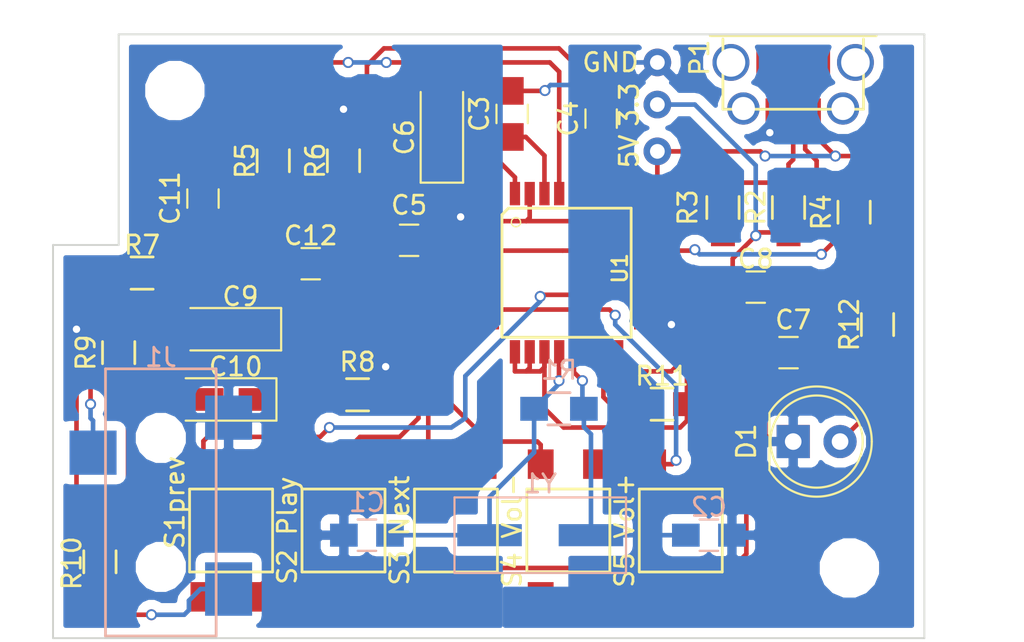
<source format=kicad_pcb>
(kicad_pcb (version 4) (host pcbnew 4.0.5)

  (general
    (links 76)
    (no_connects 1)
    (area 98.576001 112.616 174.22 162.212001)
    (thickness 1.6)
    (drawings 15)
    (tracks 321)
    (zones 0)
    (modules 39)
    (nets 40)
  )

  (page A4)
  (layers
    (0 F.Cu signal)
    (31 B.Cu signal)
    (32 B.Adhes user)
    (33 F.Adhes user)
    (34 B.Paste user)
    (35 F.Paste user)
    (36 B.SilkS user)
    (37 F.SilkS user)
    (38 B.Mask user)
    (39 F.Mask user)
    (40 Dwgs.User user)
    (41 Cmts.User user)
    (42 Eco1.User user hide)
    (43 Eco2.User user)
    (44 Edge.Cuts user)
    (45 Margin user)
    (46 B.CrtYd user)
    (47 F.CrtYd user)
    (48 B.Fab user)
    (49 F.Fab user)
  )

  (setup
    (last_trace_width 0.25)
    (trace_clearance 0.2)
    (zone_clearance 0.508)
    (zone_45_only no)
    (trace_min 0.1524)
    (segment_width 0.2)
    (edge_width 0.1)
    (via_size 0.6)
    (via_drill 0.4)
    (via_min_size 0.3302)
    (via_min_drill 0.3)
    (uvia_size 0.3)
    (uvia_drill 0.1)
    (uvias_allowed no)
    (uvia_min_size 0.2)
    (uvia_min_drill 0.1)
    (pcb_text_width 0.3)
    (pcb_text_size 1.5 1.5)
    (mod_edge_width 0.15)
    (mod_text_size 1 1)
    (mod_text_width 0.15)
    (pad_size 2.4 2.55)
    (pad_drill 0)
    (pad_to_mask_clearance 0)
    (aux_axis_origin 118.364 121.412)
    (grid_origin 118.364 121.412)
    (visible_elements 7FFEFFFF)
    (pcbplotparams
      (layerselection 0x010f0_80000001)
      (usegerberextensions true)
      (excludeedgelayer true)
      (linewidth 0.100000)
      (plotframeref false)
      (viasonmask false)
      (mode 1)
      (useauxorigin false)
      (hpglpennumber 1)
      (hpglpenspeed 20)
      (hpglpendiameter 15)
      (hpglpenoverlay 2)
      (psnegative false)
      (psa4output false)
      (plotreference true)
      (plotvalue true)
      (plotinvisibletext false)
      (padsonsilk false)
      (subtractmaskfromsilk false)
      (outputformat 1)
      (mirror false)
      (drillshape 0)
      (scaleselection 1)
      (outputdirectory Plot/))
  )

  (net 0 "")
  (net 1 "Net-(C1-Pad1)")
  (net 2 GND)
  (net 3 "Net-(C2-Pad1)")
  (net 4 "Net-(C3-Pad2)")
  (net 5 "Net-(C4-Pad2)")
  (net 6 "Net-(C5-Pad1)")
  (net 7 "Net-(C6-Pad1)")
  (net 8 VCC)
  (net 9 Vdd)
  (net 10 "Net-(C11-Pad1)")
  (net 11 "Net-(C9-Pad2)")
  (net 12 "Net-(C10-Pad1)")
  (net 13 "Net-(C10-Pad2)")
  (net 14 "Net-(C11-Pad2)")
  (net 15 "Net-(C12-Pad2)")
  (net 16 "Net-(D1-Pad2)")
  (net 17 D-)
  (net 18 D+)
  (net 19 "Net-(P1-Pad4)")
  (net 20 "Net-(R3-Pad2)")
  (net 21 "Net-(R4-Pad2)")
  (net 22 "Net-(R11-Pad1)")
  (net 23 "Net-(S1-Pad2)")
  (net 24 "Net-(S2-Pad2)")
  (net 25 "Net-(S3-Pad2)")
  (net 26 "Net-(S4-Pad2)")
  (net 27 "Net-(S5-Pad2)")
  (net 28 "Net-(U1-Pad14)")
  (net 29 "Net-(S1-Pad4)")
  (net 30 "Net-(S1-Pad3)")
  (net 31 "Net-(S2-Pad4)")
  (net 32 "Net-(S2-Pad3)")
  (net 33 "Net-(S3-Pad4)")
  (net 34 "Net-(S3-Pad3)")
  (net 35 "Net-(S4-Pad4)")
  (net 36 "Net-(S4-Pad3)")
  (net 37 "Net-(S5-Pad4)")
  (net 38 "Net-(S5-Pad3)")
  (net 39 "Net-(U1-Pad6)")

  (net_class Default "This is the default net class."
    (clearance 0.2)
    (trace_width 0.25)
    (via_dia 0.6)
    (via_drill 0.4)
    (uvia_dia 0.3)
    (uvia_drill 0.1)
    (add_net D+)
    (add_net D-)
    (add_net GND)
    (add_net "Net-(C1-Pad1)")
    (add_net "Net-(C10-Pad1)")
    (add_net "Net-(C10-Pad2)")
    (add_net "Net-(C11-Pad1)")
    (add_net "Net-(C11-Pad2)")
    (add_net "Net-(C12-Pad2)")
    (add_net "Net-(C2-Pad1)")
    (add_net "Net-(C3-Pad2)")
    (add_net "Net-(C4-Pad2)")
    (add_net "Net-(C5-Pad1)")
    (add_net "Net-(C6-Pad1)")
    (add_net "Net-(C9-Pad2)")
    (add_net "Net-(D1-Pad2)")
    (add_net "Net-(P1-Pad4)")
    (add_net "Net-(R11-Pad1)")
    (add_net "Net-(R3-Pad2)")
    (add_net "Net-(R4-Pad2)")
    (add_net "Net-(S1-Pad2)")
    (add_net "Net-(S1-Pad3)")
    (add_net "Net-(S1-Pad4)")
    (add_net "Net-(S2-Pad2)")
    (add_net "Net-(S2-Pad3)")
    (add_net "Net-(S2-Pad4)")
    (add_net "Net-(S3-Pad2)")
    (add_net "Net-(S3-Pad3)")
    (add_net "Net-(S3-Pad4)")
    (add_net "Net-(S4-Pad2)")
    (add_net "Net-(S4-Pad3)")
    (add_net "Net-(S4-Pad4)")
    (add_net "Net-(S5-Pad2)")
    (add_net "Net-(S5-Pad3)")
    (add_net "Net-(S5-Pad4)")
    (add_net "Net-(U1-Pad14)")
    (add_net "Net-(U1-Pad6)")
    (add_net VCC)
    (add_net Vdd)
  )

  (module ECS-120-20-3X-TR:Crystal (layer B.Cu) (tedit 589F720C) (tstamp 58901B4D)
    (at 141.224 148.59)
    (descr "SMD Crystal HC-49-SD http://cdn-reichelt.de/documents/datenblatt/B400/xxx-HC49-SMD.pdf, hand-soldering, 11.4x4.7mm^2 package")
    (tags "SMD SMT crystal hand-soldering")
    (path /58898509)
    (attr smd)
    (fp_text reference Y1 (at 0 -2.794) (layer B.SilkS)
      (effects (font (size 1 1) (thickness 0.15)) (justify mirror))
    )
    (fp_text value Crystal (at 0 -3.55) (layer B.Fab)
      (effects (font (size 1 1) (thickness 0.15)) (justify mirror))
    )
    (fp_line (start 4.65 2.05) (end 4.65 -2.05) (layer B.SilkS) (width 0.12))
    (fp_line (start -3.5 2.05) (end -3.5 -2.05) (layer B.Fab) (width 0.1))
    (fp_line (start -3.5 -2.05) (end 3.5 -2.05) (layer B.Fab) (width 0.1))
    (fp_line (start 3.5 -2.05) (end 3.5 2.05) (layer B.Fab) (width 0.1))
    (fp_line (start 3.5 2.05) (end -3.5 2.05) (layer B.Fab) (width 0.1))
    (fp_line (start 4.65 2.05) (end -4.65 2.05) (layer B.SilkS) (width 0.12))
    (fp_line (start -4.65 2.05) (end -4.65 -2.05) (layer B.SilkS) (width 0.12))
    (fp_line (start -4.65 -2.05) (end 4.65 -2.05) (layer B.SilkS) (width 0.12))
    (pad 1 smd rect (at -2.75 0) (size 3.5 1.2) (layers B.Cu B.Mask)
      (net 1 "Net-(C1-Pad1)"))
    (pad 2 smd rect (at 2.75 0) (size 3.5 1.2) (layers B.Cu B.Mask)
      (net 3 "Net-(C2-Pad1)"))
    (model Crystals.3dshapes/Crystal_SMD_HC49-SD_HandSoldering.wrl
      (at (xyz 0 0 0))
      (scale (xyz 1 1 1))
      (rotate (xyz 0 0 0))
    )
  )

  (module Capacitors_SMD:C_0805_HandSoldering (layer F.Cu) (tedit 58AE5CB1) (tstamp 58901A76)
    (at 128.778 133.858 180)
    (descr "Capacitor SMD 0805, hand soldering")
    (tags "capacitor 0805")
    (path /5889701E)
    (attr smd)
    (fp_text reference C12 (at 0 1.524 180) (layer F.SilkS)
      (effects (font (size 1 1) (thickness 0.15)))
    )
    (fp_text value 0.022uF (at 0 2.1 180) (layer F.Fab)
      (effects (font (size 1 1) (thickness 0.15)))
    )
    (fp_line (start -1 0.625) (end -1 -0.625) (layer F.Fab) (width 0.1))
    (fp_line (start 1 0.625) (end -1 0.625) (layer F.Fab) (width 0.1))
    (fp_line (start 1 -0.625) (end 1 0.625) (layer F.Fab) (width 0.1))
    (fp_line (start -1 -0.625) (end 1 -0.625) (layer F.Fab) (width 0.1))
    (fp_line (start -2.3 -1) (end 2.3 -1) (layer F.CrtYd) (width 0.05))
    (fp_line (start -2.3 1) (end 2.3 1) (layer F.CrtYd) (width 0.05))
    (fp_line (start -2.3 -1) (end -2.3 1) (layer F.CrtYd) (width 0.05))
    (fp_line (start 2.3 -1) (end 2.3 1) (layer F.CrtYd) (width 0.05))
    (fp_line (start 0.5 -0.85) (end -0.5 -0.85) (layer F.SilkS) (width 0.12))
    (fp_line (start -0.5 0.85) (end 0.5 0.85) (layer F.SilkS) (width 0.12))
    (pad 1 smd rect (at -1.25 0 180) (size 1.5 1.25) (layers F.Cu F.Paste F.Mask)
      (net 12 "Net-(C10-Pad1)"))
    (pad 2 smd rect (at 1.25 0 180) (size 1.5 1.25) (layers F.Cu F.Paste F.Mask)
      (net 15 "Net-(C12-Pad2)"))
    (model Capacitors_SMD.3dshapes/C_0805_HandSoldering.wrl
      (at (xyz 0 0 0))
      (scale (xyz 1 1 1))
      (rotate (xyz 0 0 0))
    )
  )

  (module TL3305CF260QG:TL3305CF260QG (layer F.Cu) (tedit 58B0D502) (tstamp 58B0D555)
    (at 142.748 148.336 90)
    (path /588AB452)
    (fp_text reference "S4 Vol-" (at 0 -3.048 90) (layer F.SilkS)
      (effects (font (size 1 1) (thickness 0.15)))
    )
    (fp_text value switch (at -0.04 -3.34 90) (layer F.Fab)
      (effects (font (size 1 1) (thickness 0.15)))
    )
    (fp_line (start -2.25 -2.25) (end 2.25 -2.25) (layer F.SilkS) (width 0.15))
    (fp_line (start 2.25 -2.25) (end 2.25 2.25) (layer F.SilkS) (width 0.15))
    (fp_line (start 2.25 2.25) (end -2.25 2.25) (layer F.SilkS) (width 0.15))
    (fp_line (start -2.25 2.25) (end -2.25 -2.25) (layer F.SilkS) (width 0.15))
    (pad 1 smd rect (at -3.6 1.5 90) (size 1.6 1.4) (layers F.Cu F.Paste F.Mask)
      (net 9 Vdd))
    (pad 2 smd rect (at 3.6 1.5 90) (size 1.6 1.4) (layers F.Cu F.Paste F.Mask)
      (net 26 "Net-(S4-Pad2)"))
    (pad 4 smd rect (at 3.6 -1.5 90) (size 1.6 1.4) (layers F.Cu F.Paste F.Mask)
      (net 35 "Net-(S4-Pad4)"))
    (pad 3 smd rect (at -3.6 -1.5 90) (size 1.6 1.4) (layers F.Cu F.Paste F.Mask)
      (net 36 "Net-(S4-Pad3)"))
  )

  (module SJ-3523:CUI_SJ-3523-SMT-TR (layer B.Cu) (tedit 58B0C366) (tstamp 58901A89)
    (at 120.65 146.812 270)
    (path /588BFF61)
    (solder_mask_margin 0.1)
    (attr smd)
    (fp_text reference J1 (at -7.874 0 360) (layer B.SilkS)
      (effects (font (size 1 1) (thickness 0.15)) (justify mirror))
    )
    (fp_text value SJ-3523-SMT-TR (at -2.825 -6.365 270) (layer B.Fab)
      (effects (font (size 1 1) (thickness 0.15)) (justify mirror))
    )
    (fp_line (start -7.25 -3) (end -7.25 3) (layer B.SilkS) (width 0.15))
    (fp_line (start 7.25 -3) (end -7.25 -3) (layer B.SilkS) (width 0.15))
    (fp_line (start 7.25 3) (end 7.25 -3) (layer B.SilkS) (width 0.15))
    (fp_line (start -7.25 3) (end 7.25 3) (layer B.SilkS) (width 0.15))
    (pad 1 smd rect (at -4.6 -3.675 270) (size 2.4 2.55) (layers B.Cu B.Paste B.Mask)
      (net 2 GND) (solder_mask_margin 0.2))
    (pad 2 smd rect (at 4.7 -3.675 270) (size 2.9 2.55) (layers B.Cu B.Paste B.Mask)
      (net 13 "Net-(C10-Pad2)") (solder_mask_margin 0.2))
    (pad 3 smd rect (at -2.7 3.675 270) (size 2.4 2.55) (layers B.Cu B.Paste B.Mask)
      (net 11 "Net-(C9-Pad2)") (solder_mask_margin 0.2))
    (pad "" np_thru_hole circle (at 3.5 0 270) (size 1.7 1.7) (drill 1.7) (layers *.Cu))
    (pad "" np_thru_hole circle (at -3.5 0 270) (size 1.7 1.7) (drill 1.7) (layers *.Cu))
  )

  (module PCM2706:pcm2706-TQFP32-08 (layer F.Cu) (tedit 58B0E26E) (tstamp 58901B47)
    (at 142.24 134.62)
    (descr "THIN PLASIC QUAD FLAT PACKAGE GRID 0.8 MM")
    (tags "THIN PLASIC QUAD FLAT PACKAGE GRID 0.8 MM")
    (path /5889843B)
    (attr smd)
    (fp_text reference U1 (at 3.302 -0.508 90) (layer F.SilkS)
      (effects (font (size 0.8128 0.8128) (thickness 0.15)))
    )
    (fp_text value PCM2706 (at -0.173673 0.590515) (layer F.Fab)
      (effects (font (size 0.8128 0.8128) (thickness 0.0762)))
    )
    (fp_line (start -3.869373 -3.567465) (end -3.869373 -2.576865) (layer Dwgs.User) (width 0.06604))
    (fp_line (start -3.869373 -2.576865) (end -3.412173 -2.576865) (layer Dwgs.User) (width 0.06604))
    (fp_line (start -3.412173 -3.567465) (end -3.412173 -2.576865) (layer Dwgs.User) (width 0.06604))
    (fp_line (start -3.869373 -3.567465) (end -3.412173 -3.567465) (layer Dwgs.User) (width 0.06604))
    (fp_line (start -3.869373 -2.767365) (end -3.869373 -1.776765) (layer Dwgs.User) (width 0.06604))
    (fp_line (start -3.869373 -1.776765) (end -3.412173 -1.776765) (layer Dwgs.User) (width 0.06604))
    (fp_line (start -3.412173 -2.767365) (end -3.412173 -1.776765) (layer Dwgs.User) (width 0.06604))
    (fp_line (start -3.869373 -2.767365) (end -3.412173 -2.767365) (layer Dwgs.User) (width 0.06604))
    (fp_line (start -3.869373 -1.967265) (end -3.869373 -0.976665) (layer Dwgs.User) (width 0.06604))
    (fp_line (start -3.869373 -0.976665) (end -3.412173 -0.976665) (layer Dwgs.User) (width 0.06604))
    (fp_line (start -3.412173 -1.967265) (end -3.412173 -0.976665) (layer Dwgs.User) (width 0.06604))
    (fp_line (start -3.869373 -1.967265) (end -3.412173 -1.967265) (layer Dwgs.User) (width 0.06604))
    (fp_line (start -3.869373 -1.167165) (end -3.869373 -0.179105) (layer Dwgs.User) (width 0.06604))
    (fp_line (start -3.869373 -0.179105) (end -3.412173 -0.179105) (layer Dwgs.User) (width 0.06604))
    (fp_line (start -3.412173 -1.167165) (end -3.412173 -0.179105) (layer Dwgs.User) (width 0.06604))
    (fp_line (start -3.869373 -1.167165) (end -3.412173 -1.167165) (layer Dwgs.User) (width 0.06604))
    (fp_line (start -3.869373 -0.367065) (end -3.869373 0.620995) (layer Dwgs.User) (width 0.06604))
    (fp_line (start -3.869373 0.620995) (end -3.412173 0.620995) (layer Dwgs.User) (width 0.06604))
    (fp_line (start -3.412173 -0.367065) (end -3.412173 0.620995) (layer Dwgs.User) (width 0.06604))
    (fp_line (start -3.869373 -0.367065) (end -3.412173 -0.367065) (layer Dwgs.User) (width 0.06604))
    (fp_line (start -3.869373 0.430495) (end -3.869373 1.421095) (layer Dwgs.User) (width 0.06604))
    (fp_line (start -3.869373 1.421095) (end -3.412173 1.421095) (layer Dwgs.User) (width 0.06604))
    (fp_line (start -3.412173 0.430495) (end -3.412173 1.421095) (layer Dwgs.User) (width 0.06604))
    (fp_line (start -3.869373 0.430495) (end -3.412173 0.430495) (layer Dwgs.User) (width 0.06604))
    (fp_line (start -3.869373 1.230595) (end -3.869373 2.221195) (layer Dwgs.User) (width 0.06604))
    (fp_line (start -3.869373 2.221195) (end -3.412173 2.221195) (layer Dwgs.User) (width 0.06604))
    (fp_line (start -3.412173 1.230595) (end -3.412173 2.221195) (layer Dwgs.User) (width 0.06604))
    (fp_line (start -3.869373 1.230595) (end -3.412173 1.230595) (layer Dwgs.User) (width 0.06604))
    (fp_line (start -3.869373 2.030695) (end -3.869373 3.021295) (layer Dwgs.User) (width 0.06604))
    (fp_line (start -3.869373 3.021295) (end -3.412173 3.021295) (layer Dwgs.User) (width 0.06604))
    (fp_line (start -3.412173 2.030695) (end -3.412173 3.021295) (layer Dwgs.User) (width 0.06604))
    (fp_line (start -3.869373 2.030695) (end -3.412173 2.030695) (layer Dwgs.User) (width 0.06604))
    (fp_line (start -2.883853 3.549615) (end -2.883853 4.006815) (layer Dwgs.User) (width 0.06604))
    (fp_line (start -2.883853 4.006815) (end -1.893253 4.006815) (layer Dwgs.User) (width 0.06604))
    (fp_line (start -1.893253 3.549615) (end -1.893253 4.006815) (layer Dwgs.User) (width 0.06604))
    (fp_line (start -2.883853 3.549615) (end -1.893253 3.549615) (layer Dwgs.User) (width 0.06604))
    (fp_line (start -2.083753 3.549615) (end -2.083753 4.006815) (layer Dwgs.User) (width 0.06604))
    (fp_line (start -2.083753 4.006815) (end -1.093153 4.006815) (layer Dwgs.User) (width 0.06604))
    (fp_line (start -1.093153 3.549615) (end -1.093153 4.006815) (layer Dwgs.User) (width 0.06604))
    (fp_line (start -2.083753 3.549615) (end -1.093153 3.549615) (layer Dwgs.User) (width 0.06604))
    (fp_line (start -1.283653 3.549615) (end -1.283653 4.006815) (layer Dwgs.User) (width 0.06604))
    (fp_line (start -1.283653 4.006815) (end -0.293053 4.006815) (layer Dwgs.User) (width 0.06604))
    (fp_line (start -0.293053 3.549615) (end -0.293053 4.006815) (layer Dwgs.User) (width 0.06604))
    (fp_line (start -1.283653 3.549615) (end -0.293053 3.549615) (layer Dwgs.User) (width 0.06604))
    (fp_line (start -0.483553 3.549615) (end -0.483553 4.006815) (layer Dwgs.User) (width 0.06604))
    (fp_line (start -0.483553 4.006815) (end 0.504507 4.006815) (layer Dwgs.User) (width 0.06604))
    (fp_line (start 0.504507 3.549615) (end 0.504507 4.006815) (layer Dwgs.User) (width 0.06604))
    (fp_line (start -0.483553 3.549615) (end 0.504507 3.549615) (layer Dwgs.User) (width 0.06604))
    (fp_line (start 0.316547 3.549615) (end 0.316547 4.006815) (layer Dwgs.User) (width 0.06604))
    (fp_line (start 0.316547 4.006815) (end 1.304607 4.006815) (layer Dwgs.User) (width 0.06604))
    (fp_line (start 1.304607 3.549615) (end 1.304607 4.006815) (layer Dwgs.User) (width 0.06604))
    (fp_line (start 0.316547 3.549615) (end 1.304607 3.549615) (layer Dwgs.User) (width 0.06604))
    (fp_line (start 1.114107 3.549615) (end 1.114107 4.006815) (layer Dwgs.User) (width 0.06604))
    (fp_line (start 1.114107 4.006815) (end 2.104707 4.006815) (layer Dwgs.User) (width 0.06604))
    (fp_line (start 2.104707 3.549615) (end 2.104707 4.006815) (layer Dwgs.User) (width 0.06604))
    (fp_line (start 1.114107 3.549615) (end 2.104707 3.549615) (layer Dwgs.User) (width 0.06604))
    (fp_line (start 1.914207 3.549615) (end 1.914207 4.006815) (layer Dwgs.User) (width 0.06604))
    (fp_line (start 1.914207 4.006815) (end 2.904807 4.006815) (layer Dwgs.User) (width 0.06604))
    (fp_line (start 2.904807 3.549615) (end 2.904807 4.006815) (layer Dwgs.User) (width 0.06604))
    (fp_line (start 1.914207 3.549615) (end 2.904807 3.549615) (layer Dwgs.User) (width 0.06604))
    (fp_line (start 2.714307 3.549615) (end 2.714307 4.006815) (layer Dwgs.User) (width 0.06604))
    (fp_line (start 2.714307 4.006815) (end 3.704907 4.006815) (layer Dwgs.User) (width 0.06604))
    (fp_line (start 3.704907 3.549615) (end 3.704907 4.006815) (layer Dwgs.User) (width 0.06604))
    (fp_line (start 2.714307 3.549615) (end 3.704907 3.549615) (layer Dwgs.User) (width 0.06604))
    (fp_line (start 4.233227 2.030695) (end 4.233227 3.021295) (layer Dwgs.User) (width 0.06604))
    (fp_line (start 4.233227 3.021295) (end 4.690427 3.021295) (layer Dwgs.User) (width 0.06604))
    (fp_line (start 4.690427 2.030695) (end 4.690427 3.021295) (layer Dwgs.User) (width 0.06604))
    (fp_line (start 4.233227 2.030695) (end 4.690427 2.030695) (layer Dwgs.User) (width 0.06604))
    (fp_line (start 4.233227 1.230595) (end 4.233227 2.221195) (layer Dwgs.User) (width 0.06604))
    (fp_line (start 4.233227 2.221195) (end 4.690427 2.221195) (layer Dwgs.User) (width 0.06604))
    (fp_line (start 4.690427 1.230595) (end 4.690427 2.221195) (layer Dwgs.User) (width 0.06604))
    (fp_line (start 4.233227 1.230595) (end 4.690427 1.230595) (layer Dwgs.User) (width 0.06604))
    (fp_line (start 4.233227 0.430495) (end 4.233227 1.421095) (layer Dwgs.User) (width 0.06604))
    (fp_line (start 4.233227 1.421095) (end 4.690427 1.421095) (layer Dwgs.User) (width 0.06604))
    (fp_line (start 4.690427 0.430495) (end 4.690427 1.421095) (layer Dwgs.User) (width 0.06604))
    (fp_line (start 4.233227 0.430495) (end 4.690427 0.430495) (layer Dwgs.User) (width 0.06604))
    (fp_line (start 4.233227 -0.367065) (end 4.233227 0.620995) (layer Dwgs.User) (width 0.06604))
    (fp_line (start 4.233227 0.620995) (end 4.690427 0.620995) (layer Dwgs.User) (width 0.06604))
    (fp_line (start 4.690427 -0.367065) (end 4.690427 0.620995) (layer Dwgs.User) (width 0.06604))
    (fp_line (start 4.233227 -0.367065) (end 4.690427 -0.367065) (layer Dwgs.User) (width 0.06604))
    (fp_line (start 4.233227 -1.167165) (end 4.233227 -0.179105) (layer Dwgs.User) (width 0.06604))
    (fp_line (start 4.233227 -0.179105) (end 4.690427 -0.179105) (layer Dwgs.User) (width 0.06604))
    (fp_line (start 4.690427 -1.167165) (end 4.690427 -0.179105) (layer Dwgs.User) (width 0.06604))
    (fp_line (start 4.233227 -1.167165) (end 4.690427 -1.167165) (layer Dwgs.User) (width 0.06604))
    (fp_line (start 4.233227 -1.967265) (end 4.233227 -0.976665) (layer Dwgs.User) (width 0.06604))
    (fp_line (start 4.233227 -0.976665) (end 4.690427 -0.976665) (layer Dwgs.User) (width 0.06604))
    (fp_line (start 4.690427 -1.967265) (end 4.690427 -0.976665) (layer Dwgs.User) (width 0.06604))
    (fp_line (start 4.233227 -1.967265) (end 4.690427 -1.967265) (layer Dwgs.User) (width 0.06604))
    (fp_line (start 4.233227 -2.767365) (end 4.233227 -1.776765) (layer Dwgs.User) (width 0.06604))
    (fp_line (start 4.233227 -1.776765) (end 4.690427 -1.776765) (layer Dwgs.User) (width 0.06604))
    (fp_line (start 4.690427 -2.767365) (end 4.690427 -1.776765) (layer Dwgs.User) (width 0.06604))
    (fp_line (start 4.233227 -2.767365) (end 4.690427 -2.767365) (layer Dwgs.User) (width 0.06604))
    (fp_line (start 4.233227 -3.567465) (end 4.233227 -2.576865) (layer Dwgs.User) (width 0.06604))
    (fp_line (start 4.233227 -2.576865) (end 4.690427 -2.576865) (layer Dwgs.User) (width 0.06604))
    (fp_line (start 4.690427 -3.567465) (end 4.690427 -2.576865) (layer Dwgs.User) (width 0.06604))
    (fp_line (start 4.233227 -3.567465) (end 4.690427 -3.567465) (layer Dwgs.User) (width 0.06604))
    (fp_line (start 2.714307 -4.552985) (end 2.714307 -4.095785) (layer Dwgs.User) (width 0.06604))
    (fp_line (start 2.714307 -4.095785) (end 3.704907 -4.095785) (layer Dwgs.User) (width 0.06604))
    (fp_line (start 3.704907 -4.552985) (end 3.704907 -4.095785) (layer Dwgs.User) (width 0.06604))
    (fp_line (start 2.714307 -4.552985) (end 3.704907 -4.552985) (layer Dwgs.User) (width 0.06604))
    (fp_line (start 1.914207 -4.552985) (end 1.914207 -4.095785) (layer Dwgs.User) (width 0.06604))
    (fp_line (start 1.914207 -4.095785) (end 2.904807 -4.095785) (layer Dwgs.User) (width 0.06604))
    (fp_line (start 2.904807 -4.552985) (end 2.904807 -4.095785) (layer Dwgs.User) (width 0.06604))
    (fp_line (start 1.914207 -4.552985) (end 2.904807 -4.552985) (layer Dwgs.User) (width 0.06604))
    (fp_line (start 1.114107 -4.552985) (end 1.114107 -4.095785) (layer Dwgs.User) (width 0.06604))
    (fp_line (start 1.114107 -4.095785) (end 2.104707 -4.095785) (layer Dwgs.User) (width 0.06604))
    (fp_line (start 2.104707 -4.552985) (end 2.104707 -4.095785) (layer Dwgs.User) (width 0.06604))
    (fp_line (start 1.114107 -4.552985) (end 2.104707 -4.552985) (layer Dwgs.User) (width 0.06604))
    (fp_line (start 0.316547 -4.552985) (end 0.316547 -4.095785) (layer Dwgs.User) (width 0.06604))
    (fp_line (start 0.316547 -4.095785) (end 1.304607 -4.095785) (layer Dwgs.User) (width 0.06604))
    (fp_line (start 1.304607 -4.552985) (end 1.304607 -4.095785) (layer Dwgs.User) (width 0.06604))
    (fp_line (start 0.316547 -4.552985) (end 1.304607 -4.552985) (layer Dwgs.User) (width 0.06604))
    (fp_line (start -0.483553 -4.552985) (end -0.483553 -4.095785) (layer Dwgs.User) (width 0.06604))
    (fp_line (start -0.483553 -4.095785) (end 0.504507 -4.095785) (layer Dwgs.User) (width 0.06604))
    (fp_line (start 0.504507 -4.552985) (end 0.504507 -4.095785) (layer Dwgs.User) (width 0.06604))
    (fp_line (start -0.483553 -4.552985) (end 0.504507 -4.552985) (layer Dwgs.User) (width 0.06604))
    (fp_line (start -1.283653 -4.552985) (end -1.283653 -4.095785) (layer Dwgs.User) (width 0.06604))
    (fp_line (start -1.283653 -4.095785) (end -0.293053 -4.095785) (layer Dwgs.User) (width 0.06604))
    (fp_line (start -0.293053 -4.552985) (end -0.293053 -4.095785) (layer Dwgs.User) (width 0.06604))
    (fp_line (start -1.283653 -4.552985) (end -0.293053 -4.552985) (layer Dwgs.User) (width 0.06604))
    (fp_line (start -2.083753 -4.552985) (end -2.083753 -4.095785) (layer Dwgs.User) (width 0.06604))
    (fp_line (start -2.083753 -4.095785) (end -1.093153 -4.095785) (layer Dwgs.User) (width 0.06604))
    (fp_line (start -1.093153 -4.552985) (end -1.093153 -4.095785) (layer Dwgs.User) (width 0.06604))
    (fp_line (start -2.083753 -4.552985) (end -1.093153 -4.552985) (layer Dwgs.User) (width 0.06604))
    (fp_line (start -2.883853 -4.552985) (end -2.883853 -4.095785) (layer Dwgs.User) (width 0.06604))
    (fp_line (start -2.883853 -4.095785) (end -1.893253 -4.095785) (layer Dwgs.User) (width 0.06604))
    (fp_line (start -1.893253 -4.552985) (end -1.893253 -4.095785) (layer Dwgs.User) (width 0.06604))
    (fp_line (start -2.883853 -4.552985) (end -1.893253 -4.552985) (layer Dwgs.User) (width 0.06604))
    (fp_line (start 3.913187 -3.775745) (end 3.913187 3.229575) (layer F.SilkS) (width 0.1524))
    (fp_line (start 3.913187 3.229575) (end -3.092133 3.229575) (layer F.SilkS) (width 0.1524))
    (fp_line (start -3.092133 3.229575) (end -3.092133 -3.422685) (layer F.SilkS) (width 0.1524))
    (fp_line (start -2.739073 -3.775745) (end 3.913187 -3.775745) (layer F.SilkS) (width 0.1524))
    (fp_line (start -2.739073 -3.775745) (end -3.092133 -3.422685) (layer F.SilkS) (width 0.1524))
    (fp_circle (center -2.332673 -3.016285) (end -2.510473 -3.194085) (layer F.SilkS) (width 0.0762))
    (pad 11 smd rect (at -0.788353 4.019515) (size 0.5588 1.27) (layers F.Cu F.Paste F.Mask)
      (net 9 Vdd))
    (pad 26 smd rect (at 2.409507 -4.565685) (size 0.5588 1.27) (layers F.Cu F.Paste F.Mask)
      (net 2 GND))
    (pad 31 smd rect (at -1.588453 -4.565685) (size 0.5588 1.27) (layers F.Cu F.Paste F.Mask)
      (net 2 GND))
    (pad 14 smd rect (at 1.609407 4.019515) (size 0.5588 1.27) (layers F.Cu F.Paste F.Mask)
      (net 28 "Net-(U1-Pad14)"))
    (pad 23 smd rect (at 4.703127 -2.272065) (size 1.27 0.5588) (layers F.Cu F.Paste F.Mask)
      (net 20 "Net-(R3-Pad2)"))
    (pad 22 smd rect (at 4.703127 -1.471965) (size 1.27 0.5588) (layers F.Cu F.Paste F.Mask)
      (net 21 "Net-(R4-Pad2)"))
    (pad 20 smd rect (at 4.703127 0.125695) (size 1.27 0.5588) (layers F.Cu F.Paste F.Mask)
      (net 2 GND))
    (pad 17 smd rect (at 4.703127 2.525995) (size 1.27 0.5588) (layers F.Cu F.Paste F.Mask)
      (net 2 GND))
    (pad 15 smd rect (at 2.409507 4.019515) (size 0.5588 1.27) (layers F.Cu F.Paste F.Mask)
      (net 22 "Net-(R11-Pad1)"))
    (pad 9 smd rect (at -2.388553 4.019515) (size 0.5588 1.27) (layers F.Cu F.Paste F.Mask)
      (net 9 Vdd))
    (pad 5 smd rect (at -3.882073 0.125695) (size 1.27 0.5588) (layers F.Cu F.Paste F.Mask)
      (net 33 "Net-(S3-Pad4)"))
    (pad 19 smd rect (at 4.703127 0.925795) (size 1.27 0.5588) (layers F.Cu F.Paste F.Mask)
      (net 29 "Net-(S1-Pad4)"))
    (pad 18 smd rect (at 4.703127 1.725895) (size 1.27 0.5588) (layers F.Cu F.Paste F.Mask)
      (net 2 GND))
    (pad 4 smd rect (at -3.882073 -0.671865) (size 1.27 0.5588) (layers F.Cu F.Paste F.Mask)
      (net 31 "Net-(S2-Pad4)"))
    (pad 6 smd rect (at -3.882073 0.925795) (size 1.27 0.5588) (layers F.Cu F.Paste F.Mask)
      (net 39 "Net-(U1-Pad6)"))
    (pad 7 smd rect (at -3.882073 1.725895) (size 1.27 0.5588) (layers F.Cu F.Paste F.Mask)
      (net 37 "Net-(S5-Pad4)"))
    (pad 8 smd rect (at -3.882073 2.525995) (size 1.27 0.5588) (layers F.Cu F.Paste F.Mask)
      (net 35 "Net-(S4-Pad4)"))
    (pad 3 smd rect (at -3.882073 -1.471965) (size 1.27 0.5588) (layers F.Cu F.Paste F.Mask)
      (net 8 VCC))
    (pad 1 smd rect (at -3.882073 -3.072165) (size 1.27 0.5588) (layers F.Cu F.Paste F.Mask)
      (net 2 GND))
    (pad 16 smd rect (at 3.209607 4.019515) (size 0.5588 1.27) (layers F.Cu F.Paste F.Mask)
      (net 9 Vdd))
    (pad 10 smd rect (at -1.588453 4.019515) (size 0.5588 1.27) (layers F.Cu F.Paste F.Mask)
      (net 9 Vdd))
    (pad 24 smd rect (at 4.703127 -3.072165) (size 1.27 0.5588) (layers F.Cu F.Paste F.Mask)
      (net 8 VCC))
    (pad 27 smd rect (at 1.609407 -4.565685) (size 0.5588 1.27) (layers F.Cu F.Paste F.Mask)
      (net 5 "Net-(C4-Pad2)"))
    (pad 2 smd rect (at -3.882073 -2.272065) (size 1.27 0.5588) (layers F.Cu F.Paste F.Mask)
      (net 6 "Net-(C5-Pad1)"))
    (pad 30 smd rect (at -0.788353 -4.565685) (size 0.5588 1.27) (layers F.Cu F.Paste F.Mask)
      (net 4 "Net-(C3-Pad2)"))
    (pad 32 smd rect (at -2.388553 -4.565685) (size 0.5588 1.27) (layers F.Cu F.Paste F.Mask)
      (net 7 "Net-(C6-Pad1)"))
    (pad 21 smd rect (at 4.703127 -0.671865) (size 1.27 0.5588) (layers F.Cu F.Paste F.Mask)
      (net 9 Vdd))
    (pad 28 smd rect (at 0.809307 -4.565685) (size 0.5588 1.27) (layers F.Cu F.Paste F.Mask)
      (net 12 "Net-(C10-Pad1)"))
    (pad 29 smd rect (at 0.011747 -4.565685) (size 0.5588 1.27) (layers F.Cu F.Paste F.Mask)
      (net 10 "Net-(C11-Pad1)"))
    (pad 12 smd rect (at 0.011747 4.019515) (size 0.5588 1.27) (layers F.Cu F.Paste F.Mask)
      (net 1 "Net-(C1-Pad1)"))
    (pad 13 smd rect (at 0.809307 4.019515) (size 0.5588 1.27) (layers F.Cu F.Paste F.Mask)
      (net 3 "Net-(C2-Pad1)"))
    (pad 25 smd rect (at 3.209607 -4.565685) (size 0.5588 1.27) (layers F.Cu F.Paste F.Mask)
      (net 2 GND))
  )

  (module Resistors_SMD:R_0805_HandSoldering (layer F.Cu) (tedit 58B0D7B7) (tstamp 58901AC2)
    (at 119.634 134.366 180)
    (descr "Resistor SMD 0805, hand soldering")
    (tags "resistor 0805")
    (path /58896A84)
    (attr smd)
    (fp_text reference R7 (at 0 1.524 180) (layer F.SilkS)
      (effects (font (size 1 1) (thickness 0.15)))
    )
    (fp_text value 3.3k (at 0 2.1 180) (layer F.Fab)
      (effects (font (size 1 1) (thickness 0.15)))
    )
    (fp_line (start -1 0.625) (end -1 -0.625) (layer F.Fab) (width 0.1))
    (fp_line (start 1 0.625) (end -1 0.625) (layer F.Fab) (width 0.1))
    (fp_line (start 1 -0.625) (end 1 0.625) (layer F.Fab) (width 0.1))
    (fp_line (start -1 -0.625) (end 1 -0.625) (layer F.Fab) (width 0.1))
    (fp_line (start -2.4 -1) (end 2.4 -1) (layer F.CrtYd) (width 0.05))
    (fp_line (start -2.4 1) (end 2.4 1) (layer F.CrtYd) (width 0.05))
    (fp_line (start -2.4 -1) (end -2.4 1) (layer F.CrtYd) (width 0.05))
    (fp_line (start 2.4 -1) (end 2.4 1) (layer F.CrtYd) (width 0.05))
    (fp_line (start 0.6 0.875) (end -0.6 0.875) (layer F.SilkS) (width 0.15))
    (fp_line (start -0.6 -0.875) (end 0.6 -0.875) (layer F.SilkS) (width 0.15))
    (pad 1 smd rect (at -1.35 0 180) (size 1.5 1.3) (layers F.Cu F.Paste F.Mask)
      (net 10 "Net-(C11-Pad1)"))
    (pad 2 smd rect (at 1.35 0 180) (size 1.5 1.3) (layers F.Cu F.Paste F.Mask)
      (net 2 GND))
    (model Resistors_SMD.3dshapes/R_0805_HandSoldering.wrl
      (at (xyz 0 0 0))
      (scale (xyz 1 1 1))
      (rotate (xyz 0 0 0))
    )
  )

  (module Resistors_SMD:R_0805_HandSoldering (layer F.Cu) (tedit 58B0D7C0) (tstamp 58901ABC)
    (at 130.556 128.27 90)
    (descr "Resistor SMD 0805, hand soldering")
    (tags "resistor 0805")
    (path /58896B03)
    (attr smd)
    (fp_text reference R6 (at 0 -1.524 90) (layer F.SilkS)
      (effects (font (size 1 1) (thickness 0.15)))
    )
    (fp_text value 16 (at 0 2.1 90) (layer F.Fab)
      (effects (font (size 1 1) (thickness 0.15)))
    )
    (fp_line (start -1 0.625) (end -1 -0.625) (layer F.Fab) (width 0.1))
    (fp_line (start 1 0.625) (end -1 0.625) (layer F.Fab) (width 0.1))
    (fp_line (start 1 -0.625) (end 1 0.625) (layer F.Fab) (width 0.1))
    (fp_line (start -1 -0.625) (end 1 -0.625) (layer F.Fab) (width 0.1))
    (fp_line (start -2.4 -1) (end 2.4 -1) (layer F.CrtYd) (width 0.05))
    (fp_line (start -2.4 1) (end 2.4 1) (layer F.CrtYd) (width 0.05))
    (fp_line (start -2.4 -1) (end -2.4 1) (layer F.CrtYd) (width 0.05))
    (fp_line (start 2.4 -1) (end 2.4 1) (layer F.CrtYd) (width 0.05))
    (fp_line (start 0.6 0.875) (end -0.6 0.875) (layer F.SilkS) (width 0.15))
    (fp_line (start -0.6 -0.875) (end 0.6 -0.875) (layer F.SilkS) (width 0.15))
    (pad 1 smd rect (at -1.35 0 90) (size 1.5 1.3) (layers F.Cu F.Paste F.Mask)
      (net 15 "Net-(C12-Pad2)"))
    (pad 2 smd rect (at 1.35 0 90) (size 1.5 1.3) (layers F.Cu F.Paste F.Mask)
      (net 2 GND))
    (model Resistors_SMD.3dshapes/R_0805_HandSoldering.wrl
      (at (xyz 0 0 0))
      (scale (xyz 1 1 1))
      (rotate (xyz 0 0 0))
    )
  )

  (module Mounting_Holes:MountingHole_2.2mm_M2 (layer F.Cu) (tedit 58A4FC62) (tstamp 589F81F4)
    (at 121.412 124.46)
    (descr "Mounting Hole 2.2mm, no annular, M2")
    (tags "mounting hole 2.2mm no annular m2")
    (fp_text reference "" (at 0 -3.2) (layer F.SilkS)
      (effects (font (size 1 1) (thickness 0.15)))
    )
    (fp_text value MountingHole_2.2mm_M2 (at 0 3.2) (layer F.Fab)
      (effects (font (size 1 1) (thickness 0.15)))
    )
    (fp_circle (center 0 0) (end 2.2 0) (layer Cmts.User) (width 0.15))
    (fp_circle (center 0 0) (end 2.45 0) (layer F.CrtYd) (width 0.05))
    (pad 1 np_thru_hole circle (at 0 0) (size 2.2 2.2) (drill 2.2) (layers *.Cu *.Mask))
  )

  (module Capacitors_SMD:C_0805_HandSoldering (layer B.Cu) (tedit 541A9B8D) (tstamp 58901A34)
    (at 131.826 148.59 180)
    (descr "Capacitor SMD 0805, hand soldering")
    (tags "capacitor 0805")
    (path /58896E0D)
    (attr smd)
    (fp_text reference C1 (at 0 1.778 180) (layer B.SilkS)
      (effects (font (size 1 1) (thickness 0.15)) (justify mirror))
    )
    (fp_text value 20pF (at 0 -2.1 180) (layer B.Fab)
      (effects (font (size 1 1) (thickness 0.15)) (justify mirror))
    )
    (fp_line (start -1 -0.625) (end -1 0.625) (layer B.Fab) (width 0.1))
    (fp_line (start 1 -0.625) (end -1 -0.625) (layer B.Fab) (width 0.1))
    (fp_line (start 1 0.625) (end 1 -0.625) (layer B.Fab) (width 0.1))
    (fp_line (start -1 0.625) (end 1 0.625) (layer B.Fab) (width 0.1))
    (fp_line (start -2.3 1) (end 2.3 1) (layer B.CrtYd) (width 0.05))
    (fp_line (start -2.3 -1) (end 2.3 -1) (layer B.CrtYd) (width 0.05))
    (fp_line (start -2.3 1) (end -2.3 -1) (layer B.CrtYd) (width 0.05))
    (fp_line (start 2.3 1) (end 2.3 -1) (layer B.CrtYd) (width 0.05))
    (fp_line (start 0.5 0.85) (end -0.5 0.85) (layer B.SilkS) (width 0.12))
    (fp_line (start -0.5 -0.85) (end 0.5 -0.85) (layer B.SilkS) (width 0.12))
    (pad 1 smd rect (at -1.25 0 180) (size 1.5 1.25) (layers B.Cu B.Paste B.Mask)
      (net 1 "Net-(C1-Pad1)"))
    (pad 2 smd rect (at 1.25 0 180) (size 1.5 1.25) (layers B.Cu B.Paste B.Mask)
      (net 2 GND))
    (model Capacitors_SMD.3dshapes/C_0805_HandSoldering.wrl
      (at (xyz 0 0 0))
      (scale (xyz 1 1 1))
      (rotate (xyz 0 0 0))
    )
  )

  (module Capacitors_SMD:C_0805_HandSoldering (layer B.Cu) (tedit 541A9B8D) (tstamp 58901A3A)
    (at 150.368 148.59)
    (descr "Capacitor SMD 0805, hand soldering")
    (tags "capacitor 0805")
    (path /58896ED5)
    (attr smd)
    (fp_text reference C2 (at 0 -1.524) (layer B.SilkS)
      (effects (font (size 1 1) (thickness 0.15)) (justify mirror))
    )
    (fp_text value 20pF (at 0 -2.1) (layer B.Fab)
      (effects (font (size 1 1) (thickness 0.15)) (justify mirror))
    )
    (fp_line (start -1 -0.625) (end -1 0.625) (layer B.Fab) (width 0.1))
    (fp_line (start 1 -0.625) (end -1 -0.625) (layer B.Fab) (width 0.1))
    (fp_line (start 1 0.625) (end 1 -0.625) (layer B.Fab) (width 0.1))
    (fp_line (start -1 0.625) (end 1 0.625) (layer B.Fab) (width 0.1))
    (fp_line (start -2.3 1) (end 2.3 1) (layer B.CrtYd) (width 0.05))
    (fp_line (start -2.3 -1) (end 2.3 -1) (layer B.CrtYd) (width 0.05))
    (fp_line (start -2.3 1) (end -2.3 -1) (layer B.CrtYd) (width 0.05))
    (fp_line (start 2.3 1) (end 2.3 -1) (layer B.CrtYd) (width 0.05))
    (fp_line (start 0.5 0.85) (end -0.5 0.85) (layer B.SilkS) (width 0.12))
    (fp_line (start -0.5 -0.85) (end 0.5 -0.85) (layer B.SilkS) (width 0.12))
    (pad 1 smd rect (at -1.25 0) (size 1.5 1.25) (layers B.Cu B.Paste B.Mask)
      (net 3 "Net-(C2-Pad1)"))
    (pad 2 smd rect (at 1.25 0) (size 1.5 1.25) (layers B.Cu B.Paste B.Mask)
      (net 2 GND))
    (model Capacitors_SMD.3dshapes/C_0805_HandSoldering.wrl
      (at (xyz 0 0 0))
      (scale (xyz 1 1 1))
      (rotate (xyz 0 0 0))
    )
  )

  (module Capacitors_SMD:C_0805_HandSoldering (layer F.Cu) (tedit 589D1684) (tstamp 58901A40)
    (at 139.7 125.73 270)
    (descr "Capacitor SMD 0805, hand soldering")
    (tags "capacitor 0805")
    (path /58896E66)
    (attr smd)
    (fp_text reference C3 (at 0 1.778 270) (layer F.SilkS)
      (effects (font (size 1 1) (thickness 0.15)))
    )
    (fp_text value 1uF (at 0 2.1 270) (layer F.Fab)
      (effects (font (size 1 1) (thickness 0.15)))
    )
    (fp_line (start -1 0.625) (end -1 -0.625) (layer F.Fab) (width 0.1))
    (fp_line (start 1 0.625) (end -1 0.625) (layer F.Fab) (width 0.1))
    (fp_line (start 1 -0.625) (end 1 0.625) (layer F.Fab) (width 0.1))
    (fp_line (start -1 -0.625) (end 1 -0.625) (layer F.Fab) (width 0.1))
    (fp_line (start -2.3 -1) (end 2.3 -1) (layer F.CrtYd) (width 0.05))
    (fp_line (start -2.3 1) (end 2.3 1) (layer F.CrtYd) (width 0.05))
    (fp_line (start -2.3 -1) (end -2.3 1) (layer F.CrtYd) (width 0.05))
    (fp_line (start 2.3 -1) (end 2.3 1) (layer F.CrtYd) (width 0.05))
    (fp_line (start 0.5 -0.85) (end -0.5 -0.85) (layer F.SilkS) (width 0.12))
    (fp_line (start -0.5 0.85) (end 0.5 0.85) (layer F.SilkS) (width 0.12))
    (pad 1 smd rect (at -1.25 0 270) (size 1.5 1.25) (layers F.Cu F.Paste F.Mask)
      (net 2 GND))
    (pad 2 smd rect (at 1.25 0 270) (size 1.5 1.25) (layers F.Cu F.Paste F.Mask)
      (net 4 "Net-(C3-Pad2)"))
    (model Capacitors_SMD.3dshapes/C_0805_HandSoldering.wrl
      (at (xyz 0 0 0))
      (scale (xyz 1 1 1))
      (rotate (xyz 0 0 0))
    )
  )

  (module Capacitors_SMD:C_0805_HandSoldering (layer F.Cu) (tedit 58ABB08B) (tstamp 58901A46)
    (at 144.526 125.984 270)
    (descr "Capacitor SMD 0805, hand soldering")
    (tags "capacitor 0805")
    (path /58896F9D)
    (attr smd)
    (fp_text reference C4 (at 0 1.778 270) (layer F.SilkS)
      (effects (font (size 1 1) (thickness 0.15)))
    )
    (fp_text value 1uF (at 0 2.1 270) (layer F.Fab)
      (effects (font (size 1 1) (thickness 0.15)))
    )
    (fp_line (start -1 0.625) (end -1 -0.625) (layer F.Fab) (width 0.1))
    (fp_line (start 1 0.625) (end -1 0.625) (layer F.Fab) (width 0.1))
    (fp_line (start 1 -0.625) (end 1 0.625) (layer F.Fab) (width 0.1))
    (fp_line (start -1 -0.625) (end 1 -0.625) (layer F.Fab) (width 0.1))
    (fp_line (start -2.3 -1) (end 2.3 -1) (layer F.CrtYd) (width 0.05))
    (fp_line (start -2.3 1) (end 2.3 1) (layer F.CrtYd) (width 0.05))
    (fp_line (start -2.3 -1) (end -2.3 1) (layer F.CrtYd) (width 0.05))
    (fp_line (start 2.3 -1) (end 2.3 1) (layer F.CrtYd) (width 0.05))
    (fp_line (start 0.5 -0.85) (end -0.5 -0.85) (layer F.SilkS) (width 0.12))
    (fp_line (start -0.5 0.85) (end 0.5 0.85) (layer F.SilkS) (width 0.12))
    (pad 1 smd rect (at -1.25 0 270) (size 1.5 1.25) (layers F.Cu F.Paste F.Mask)
      (net 2 GND))
    (pad 2 smd rect (at 1.25 0 270) (size 1.5 1.25) (layers F.Cu F.Paste F.Mask)
      (net 5 "Net-(C4-Pad2)"))
    (model Capacitors_SMD.3dshapes/C_0805_HandSoldering.wrl
      (at (xyz 0 0 0))
      (scale (xyz 1 1 1))
      (rotate (xyz 0 0 0))
    )
  )

  (module Capacitors_SMD:C_0805_HandSoldering (layer F.Cu) (tedit 5893F357) (tstamp 58901A4C)
    (at 134.112 132.588 180)
    (descr "Capacitor SMD 0805, hand soldering")
    (tags "capacitor 0805")
    (path /58896F3C)
    (attr smd)
    (fp_text reference C5 (at 0 1.905 180) (layer F.SilkS)
      (effects (font (size 1 1) (thickness 0.15)))
    )
    (fp_text value 1uF (at 0 2.1 180) (layer F.Fab)
      (effects (font (size 1 1) (thickness 0.15)))
    )
    (fp_line (start -1 0.625) (end -1 -0.625) (layer F.Fab) (width 0.1))
    (fp_line (start 1 0.625) (end -1 0.625) (layer F.Fab) (width 0.1))
    (fp_line (start 1 -0.625) (end 1 0.625) (layer F.Fab) (width 0.1))
    (fp_line (start -1 -0.625) (end 1 -0.625) (layer F.Fab) (width 0.1))
    (fp_line (start -2.3 -1) (end 2.3 -1) (layer F.CrtYd) (width 0.05))
    (fp_line (start -2.3 1) (end 2.3 1) (layer F.CrtYd) (width 0.05))
    (fp_line (start -2.3 -1) (end -2.3 1) (layer F.CrtYd) (width 0.05))
    (fp_line (start 2.3 -1) (end 2.3 1) (layer F.CrtYd) (width 0.05))
    (fp_line (start 0.5 -0.85) (end -0.5 -0.85) (layer F.SilkS) (width 0.12))
    (fp_line (start -0.5 0.85) (end 0.5 0.85) (layer F.SilkS) (width 0.12))
    (pad 1 smd rect (at -1.25 0 180) (size 1.5 1.25) (layers F.Cu F.Paste F.Mask)
      (net 6 "Net-(C5-Pad1)"))
    (pad 2 smd rect (at 1.25 0 180) (size 1.5 1.25) (layers F.Cu F.Paste F.Mask)
      (net 2 GND))
    (model Capacitors_SMD.3dshapes/C_0805_HandSoldering.wrl
      (at (xyz 0 0 0))
      (scale (xyz 1 1 1))
      (rotate (xyz 0 0 0))
    )
  )

  (module Capacitors_SMD:C_0805_HandSoldering (layer F.Cu) (tedit 58AD127D) (tstamp 58901A58)
    (at 154.686 138.684)
    (descr "Capacitor SMD 0805, hand soldering")
    (tags "capacitor 0805")
    (path /58896DA7)
    (attr smd)
    (fp_text reference C7 (at 0.254 -1.778) (layer F.SilkS)
      (effects (font (size 1 1) (thickness 0.15)))
    )
    (fp_text value 1uF (at 0 2.1) (layer F.Fab)
      (effects (font (size 1 1) (thickness 0.15)))
    )
    (fp_line (start -1 0.625) (end -1 -0.625) (layer F.Fab) (width 0.1))
    (fp_line (start 1 0.625) (end -1 0.625) (layer F.Fab) (width 0.1))
    (fp_line (start 1 -0.625) (end 1 0.625) (layer F.Fab) (width 0.1))
    (fp_line (start -1 -0.625) (end 1 -0.625) (layer F.Fab) (width 0.1))
    (fp_line (start -2.3 -1) (end 2.3 -1) (layer F.CrtYd) (width 0.05))
    (fp_line (start -2.3 1) (end 2.3 1) (layer F.CrtYd) (width 0.05))
    (fp_line (start -2.3 -1) (end -2.3 1) (layer F.CrtYd) (width 0.05))
    (fp_line (start 2.3 -1) (end 2.3 1) (layer F.CrtYd) (width 0.05))
    (fp_line (start 0.5 -0.85) (end -0.5 -0.85) (layer F.SilkS) (width 0.12))
    (fp_line (start -0.5 0.85) (end 0.5 0.85) (layer F.SilkS) (width 0.12))
    (pad 1 smd rect (at -1.25 0) (size 1.5 1.25) (layers F.Cu F.Paste F.Mask)
      (net 2 GND))
    (pad 2 smd rect (at 1.25 0) (size 1.5 1.25) (layers F.Cu F.Paste F.Mask)
      (net 8 VCC))
    (model Capacitors_SMD.3dshapes/C_0805_HandSoldering.wrl
      (at (xyz 0 0 0))
      (scale (xyz 1 1 1))
      (rotate (xyz 0 0 0))
    )
  )

  (module Capacitors_SMD:C_0805_HandSoldering (layer F.Cu) (tedit 58AD1060) (tstamp 58901A5E)
    (at 152.908 135.128 180)
    (descr "Capacitor SMD 0805, hand soldering")
    (tags "capacitor 0805")
    (path /58897188)
    (attr smd)
    (fp_text reference C8 (at 0 1.524 180) (layer F.SilkS)
      (effects (font (size 1 1) (thickness 0.15)))
    )
    (fp_text value 1uF (at 0 2.1 180) (layer F.Fab)
      (effects (font (size 1 1) (thickness 0.15)))
    )
    (fp_line (start -1 0.625) (end -1 -0.625) (layer F.Fab) (width 0.1))
    (fp_line (start 1 0.625) (end -1 0.625) (layer F.Fab) (width 0.1))
    (fp_line (start 1 -0.625) (end 1 0.625) (layer F.Fab) (width 0.1))
    (fp_line (start -1 -0.625) (end 1 -0.625) (layer F.Fab) (width 0.1))
    (fp_line (start -2.3 -1) (end 2.3 -1) (layer F.CrtYd) (width 0.05))
    (fp_line (start -2.3 1) (end 2.3 1) (layer F.CrtYd) (width 0.05))
    (fp_line (start -2.3 -1) (end -2.3 1) (layer F.CrtYd) (width 0.05))
    (fp_line (start 2.3 -1) (end 2.3 1) (layer F.CrtYd) (width 0.05))
    (fp_line (start 0.5 -0.85) (end -0.5 -0.85) (layer F.SilkS) (width 0.12))
    (fp_line (start -0.5 0.85) (end 0.5 0.85) (layer F.SilkS) (width 0.12))
    (pad 1 smd rect (at -1.25 0 180) (size 1.5 1.25) (layers F.Cu F.Paste F.Mask)
      (net 2 GND))
    (pad 2 smd rect (at 1.25 0 180) (size 1.5 1.25) (layers F.Cu F.Paste F.Mask)
      (net 9 Vdd))
    (model Capacitors_SMD.3dshapes/C_0805_HandSoldering.wrl
      (at (xyz 0 0 0))
      (scale (xyz 1 1 1))
      (rotate (xyz 0 0 0))
    )
  )

  (module Capacitors_SMD:C_0805_HandSoldering (layer F.Cu) (tedit 58ABB0AB) (tstamp 58901A70)
    (at 122.936 130.322 270)
    (descr "Capacitor SMD 0805, hand soldering")
    (tags "capacitor 0805")
    (path /5889708F)
    (attr smd)
    (fp_text reference C11 (at -0.02 1.778 270) (layer F.SilkS)
      (effects (font (size 1 1) (thickness 0.15)))
    )
    (fp_text value .022uF (at 0 2.1 270) (layer F.Fab)
      (effects (font (size 1 1) (thickness 0.15)))
    )
    (fp_line (start -1 0.625) (end -1 -0.625) (layer F.Fab) (width 0.1))
    (fp_line (start 1 0.625) (end -1 0.625) (layer F.Fab) (width 0.1))
    (fp_line (start 1 -0.625) (end 1 0.625) (layer F.Fab) (width 0.1))
    (fp_line (start -1 -0.625) (end 1 -0.625) (layer F.Fab) (width 0.1))
    (fp_line (start -2.3 -1) (end 2.3 -1) (layer F.CrtYd) (width 0.05))
    (fp_line (start -2.3 1) (end 2.3 1) (layer F.CrtYd) (width 0.05))
    (fp_line (start -2.3 -1) (end -2.3 1) (layer F.CrtYd) (width 0.05))
    (fp_line (start 2.3 -1) (end 2.3 1) (layer F.CrtYd) (width 0.05))
    (fp_line (start 0.5 -0.85) (end -0.5 -0.85) (layer F.SilkS) (width 0.12))
    (fp_line (start -0.5 0.85) (end 0.5 0.85) (layer F.SilkS) (width 0.12))
    (pad 1 smd rect (at -1.25 0 270) (size 1.5 1.25) (layers F.Cu F.Paste F.Mask)
      (net 10 "Net-(C11-Pad1)"))
    (pad 2 smd rect (at 1.25 0 270) (size 1.5 1.25) (layers F.Cu F.Paste F.Mask)
      (net 14 "Net-(C11-Pad2)"))
    (model Capacitors_SMD.3dshapes/C_0805_HandSoldering.wrl
      (at (xyz 0 0 0))
      (scale (xyz 1 1 1))
      (rotate (xyz 0 0 0))
    )
  )

  (module LEDs:LED_D5.0mm (layer F.Cu) (tedit 58AE4281) (tstamp 58901A7C)
    (at 154.94 143.51)
    (descr "LED, diameter 5.0mm, 2 pins, http://cdn-reichelt.de/documents/datenblatt/A500/LL-504BC2E-009.pdf")
    (tags "LED diameter 5.0mm 2 pins")
    (path /588BAFEB)
    (fp_text reference D1 (at -2.54 0 90) (layer F.SilkS)
      (effects (font (size 1 1) (thickness 0.15)))
    )
    (fp_text value LED (at 1.27 3.96) (layer F.Fab)
      (effects (font (size 1 1) (thickness 0.15)))
    )
    (fp_arc (start 1.27 0) (end -1.23 -1.469694) (angle 299.1) (layer F.Fab) (width 0.1))
    (fp_arc (start 1.27 0) (end -1.29 -1.54483) (angle 148.9) (layer F.SilkS) (width 0.12))
    (fp_arc (start 1.27 0) (end -1.29 1.54483) (angle -148.9) (layer F.SilkS) (width 0.12))
    (fp_circle (center 1.27 0) (end 3.77 0) (layer F.Fab) (width 0.1))
    (fp_circle (center 1.27 0) (end 3.77 0) (layer F.SilkS) (width 0.12))
    (fp_line (start -1.23 -1.469694) (end -1.23 1.469694) (layer F.Fab) (width 0.1))
    (fp_line (start -1.29 -1.545) (end -1.29 1.545) (layer F.SilkS) (width 0.12))
    (fp_line (start -1.95 -3.25) (end -1.95 3.25) (layer F.CrtYd) (width 0.05))
    (fp_line (start -1.95 3.25) (end 4.5 3.25) (layer F.CrtYd) (width 0.05))
    (fp_line (start 4.5 3.25) (end 4.5 -3.25) (layer F.CrtYd) (width 0.05))
    (fp_line (start 4.5 -3.25) (end -1.95 -3.25) (layer F.CrtYd) (width 0.05))
    (pad 1 thru_hole rect (at 0 0) (size 1.8 1.8) (drill 0.9) (layers *.Cu *.Mask)
      (net 2 GND))
    (pad 2 thru_hole circle (at 2.54 0) (size 1.8 1.8) (drill 0.9) (layers *.Cu *.Mask)
      (net 16 "Net-(D1-Pad2)"))
    (model LEDs.3dshapes/LED_D5.0mm.wrl
      (at (xyz 0 0 0))
      (scale (xyz 0.393701 0.393701 0.393701))
      (rotate (xyz 0 0 0))
    )
  )

  (module Resistors_SMD:R_0805_HandSoldering (layer B.Cu) (tedit 58307B90) (tstamp 58901A9E)
    (at 142.24 141.732 180)
    (descr "Resistor SMD 0805, hand soldering")
    (tags "resistor 0805")
    (path /58896978)
    (attr smd)
    (fp_text reference R1 (at 0 2.1 180) (layer B.SilkS)
      (effects (font (size 1 1) (thickness 0.15)) (justify mirror))
    )
    (fp_text value 1M (at 0 -2.1 180) (layer B.Fab)
      (effects (font (size 1 1) (thickness 0.15)) (justify mirror))
    )
    (fp_line (start -1 -0.625) (end -1 0.625) (layer B.Fab) (width 0.1))
    (fp_line (start 1 -0.625) (end -1 -0.625) (layer B.Fab) (width 0.1))
    (fp_line (start 1 0.625) (end 1 -0.625) (layer B.Fab) (width 0.1))
    (fp_line (start -1 0.625) (end 1 0.625) (layer B.Fab) (width 0.1))
    (fp_line (start -2.4 1) (end 2.4 1) (layer B.CrtYd) (width 0.05))
    (fp_line (start -2.4 -1) (end 2.4 -1) (layer B.CrtYd) (width 0.05))
    (fp_line (start -2.4 1) (end -2.4 -1) (layer B.CrtYd) (width 0.05))
    (fp_line (start 2.4 1) (end 2.4 -1) (layer B.CrtYd) (width 0.05))
    (fp_line (start 0.6 -0.875) (end -0.6 -0.875) (layer B.SilkS) (width 0.15))
    (fp_line (start -0.6 0.875) (end 0.6 0.875) (layer B.SilkS) (width 0.15))
    (pad 1 smd rect (at -1.35 0 180) (size 1.5 1.3) (layers B.Cu B.Paste B.Mask)
      (net 3 "Net-(C2-Pad1)"))
    (pad 2 smd rect (at 1.35 0 180) (size 1.5 1.3) (layers B.Cu B.Paste B.Mask)
      (net 1 "Net-(C1-Pad1)"))
    (model Resistors_SMD.3dshapes/R_0805_HandSoldering.wrl
      (at (xyz 0 0 0))
      (scale (xyz 1 1 1))
      (rotate (xyz 0 0 0))
    )
  )

  (module Resistors_SMD:R_0805_HandSoldering (layer F.Cu) (tedit 589D13A9) (tstamp 58901AA4)
    (at 154.686 130.81 270)
    (descr "Resistor SMD 0805, hand soldering")
    (tags "resistor 0805")
    (path /588968A9)
    (attr smd)
    (fp_text reference R2 (at 0 1.778 270) (layer F.SilkS)
      (effects (font (size 1 1) (thickness 0.15)))
    )
    (fp_text value 1.5k (at 0 2.1 270) (layer F.Fab)
      (effects (font (size 1 1) (thickness 0.15)))
    )
    (fp_line (start -1 0.625) (end -1 -0.625) (layer F.Fab) (width 0.1))
    (fp_line (start 1 0.625) (end -1 0.625) (layer F.Fab) (width 0.1))
    (fp_line (start 1 -0.625) (end 1 0.625) (layer F.Fab) (width 0.1))
    (fp_line (start -1 -0.625) (end 1 -0.625) (layer F.Fab) (width 0.1))
    (fp_line (start -2.4 -1) (end 2.4 -1) (layer F.CrtYd) (width 0.05))
    (fp_line (start -2.4 1) (end 2.4 1) (layer F.CrtYd) (width 0.05))
    (fp_line (start -2.4 -1) (end -2.4 1) (layer F.CrtYd) (width 0.05))
    (fp_line (start 2.4 -1) (end 2.4 1) (layer F.CrtYd) (width 0.05))
    (fp_line (start 0.6 0.875) (end -0.6 0.875) (layer F.SilkS) (width 0.15))
    (fp_line (start -0.6 -0.875) (end 0.6 -0.875) (layer F.SilkS) (width 0.15))
    (pad 1 smd rect (at -1.35 0 270) (size 1.5 1.3) (layers F.Cu F.Paste F.Mask)
      (net 18 D+))
    (pad 2 smd rect (at 1.35 0 270) (size 1.5 1.3) (layers F.Cu F.Paste F.Mask)
      (net 9 Vdd))
    (model Resistors_SMD.3dshapes/R_0805_HandSoldering.wrl
      (at (xyz 0 0 0))
      (scale (xyz 1 1 1))
      (rotate (xyz 0 0 0))
    )
  )

  (module Resistors_SMD:R_0805_HandSoldering (layer F.Cu) (tedit 5893F551) (tstamp 58901AAA)
    (at 151.13 130.81 270)
    (descr "Resistor SMD 0805, hand soldering")
    (tags "resistor 0805")
    (path /58896D32)
    (attr smd)
    (fp_text reference R3 (at 0 1.905 270) (layer F.SilkS)
      (effects (font (size 1 1) (thickness 0.15)))
    )
    (fp_text value 22 (at 0 2.1 270) (layer F.Fab)
      (effects (font (size 1 1) (thickness 0.15)))
    )
    (fp_line (start -1 0.625) (end -1 -0.625) (layer F.Fab) (width 0.1))
    (fp_line (start 1 0.625) (end -1 0.625) (layer F.Fab) (width 0.1))
    (fp_line (start 1 -0.625) (end 1 0.625) (layer F.Fab) (width 0.1))
    (fp_line (start -1 -0.625) (end 1 -0.625) (layer F.Fab) (width 0.1))
    (fp_line (start -2.4 -1) (end 2.4 -1) (layer F.CrtYd) (width 0.05))
    (fp_line (start -2.4 1) (end 2.4 1) (layer F.CrtYd) (width 0.05))
    (fp_line (start -2.4 -1) (end -2.4 1) (layer F.CrtYd) (width 0.05))
    (fp_line (start 2.4 -1) (end 2.4 1) (layer F.CrtYd) (width 0.05))
    (fp_line (start 0.6 0.875) (end -0.6 0.875) (layer F.SilkS) (width 0.15))
    (fp_line (start -0.6 -0.875) (end 0.6 -0.875) (layer F.SilkS) (width 0.15))
    (pad 1 smd rect (at -1.35 0 270) (size 1.5 1.3) (layers F.Cu F.Paste F.Mask)
      (net 18 D+))
    (pad 2 smd rect (at 1.35 0 270) (size 1.5 1.3) (layers F.Cu F.Paste F.Mask)
      (net 20 "Net-(R3-Pad2)"))
    (model Resistors_SMD.3dshapes/R_0805_HandSoldering.wrl
      (at (xyz 0 0 0))
      (scale (xyz 1 1 1))
      (rotate (xyz 0 0 0))
    )
  )

  (module Resistors_SMD:R_0805_HandSoldering (layer F.Cu) (tedit 589D13B3) (tstamp 58901AB0)
    (at 158.242 131.064 270)
    (descr "Resistor SMD 0805, hand soldering")
    (tags "resistor 0805")
    (path /58896BCB)
    (attr smd)
    (fp_text reference R4 (at 0 1.778 270) (layer F.SilkS)
      (effects (font (size 1 1) (thickness 0.15)))
    )
    (fp_text value 22 (at 0 2.1 270) (layer F.Fab)
      (effects (font (size 1 1) (thickness 0.15)))
    )
    (fp_line (start -1 0.625) (end -1 -0.625) (layer F.Fab) (width 0.1))
    (fp_line (start 1 0.625) (end -1 0.625) (layer F.Fab) (width 0.1))
    (fp_line (start 1 -0.625) (end 1 0.625) (layer F.Fab) (width 0.1))
    (fp_line (start -1 -0.625) (end 1 -0.625) (layer F.Fab) (width 0.1))
    (fp_line (start -2.4 -1) (end 2.4 -1) (layer F.CrtYd) (width 0.05))
    (fp_line (start -2.4 1) (end 2.4 1) (layer F.CrtYd) (width 0.05))
    (fp_line (start -2.4 -1) (end -2.4 1) (layer F.CrtYd) (width 0.05))
    (fp_line (start 2.4 -1) (end 2.4 1) (layer F.CrtYd) (width 0.05))
    (fp_line (start 0.6 0.875) (end -0.6 0.875) (layer F.SilkS) (width 0.15))
    (fp_line (start -0.6 -0.875) (end 0.6 -0.875) (layer F.SilkS) (width 0.15))
    (pad 1 smd rect (at -1.35 0 270) (size 1.5 1.3) (layers F.Cu F.Paste F.Mask)
      (net 17 D-))
    (pad 2 smd rect (at 1.35 0 270) (size 1.5 1.3) (layers F.Cu F.Paste F.Mask)
      (net 21 "Net-(R4-Pad2)"))
    (model Resistors_SMD.3dshapes/R_0805_HandSoldering.wrl
      (at (xyz 0 0 0))
      (scale (xyz 1 1 1))
      (rotate (xyz 0 0 0))
    )
  )

  (module Resistors_SMD:R_0805_HandSoldering (layer F.Cu) (tedit 58B0D7BC) (tstamp 58901AB6)
    (at 126.746 128.27 90)
    (descr "Resistor SMD 0805, hand soldering")
    (tags "resistor 0805")
    (path /58896C3E)
    (attr smd)
    (fp_text reference R5 (at 0 -1.524 90) (layer F.SilkS)
      (effects (font (size 1 1) (thickness 0.15)))
    )
    (fp_text value 16 (at 0 2.1 90) (layer F.Fab)
      (effects (font (size 1 1) (thickness 0.15)))
    )
    (fp_line (start -1 0.625) (end -1 -0.625) (layer F.Fab) (width 0.1))
    (fp_line (start 1 0.625) (end -1 0.625) (layer F.Fab) (width 0.1))
    (fp_line (start 1 -0.625) (end 1 0.625) (layer F.Fab) (width 0.1))
    (fp_line (start -1 -0.625) (end 1 -0.625) (layer F.Fab) (width 0.1))
    (fp_line (start -2.4 -1) (end 2.4 -1) (layer F.CrtYd) (width 0.05))
    (fp_line (start -2.4 1) (end 2.4 1) (layer F.CrtYd) (width 0.05))
    (fp_line (start -2.4 -1) (end -2.4 1) (layer F.CrtYd) (width 0.05))
    (fp_line (start 2.4 -1) (end 2.4 1) (layer F.CrtYd) (width 0.05))
    (fp_line (start 0.6 0.875) (end -0.6 0.875) (layer F.SilkS) (width 0.15))
    (fp_line (start -0.6 -0.875) (end 0.6 -0.875) (layer F.SilkS) (width 0.15))
    (pad 1 smd rect (at -1.35 0 90) (size 1.5 1.3) (layers F.Cu F.Paste F.Mask)
      (net 14 "Net-(C11-Pad2)"))
    (pad 2 smd rect (at 1.35 0 90) (size 1.5 1.3) (layers F.Cu F.Paste F.Mask)
      (net 2 GND))
    (model Resistors_SMD.3dshapes/R_0805_HandSoldering.wrl
      (at (xyz 0 0 0))
      (scale (xyz 1 1 1))
      (rotate (xyz 0 0 0))
    )
  )

  (module Resistors_SMD:R_0805_HandSoldering (layer F.Cu) (tedit 58B0D79E) (tstamp 58901AC8)
    (at 131.318 140.97)
    (descr "Resistor SMD 0805, hand soldering")
    (tags "resistor 0805")
    (path /58896A1B)
    (attr smd)
    (fp_text reference R8 (at 0 -1.778) (layer F.SilkS)
      (effects (font (size 1 1) (thickness 0.15)))
    )
    (fp_text value 3.3k (at 0 2.1) (layer F.Fab)
      (effects (font (size 1 1) (thickness 0.15)))
    )
    (fp_line (start -1 0.625) (end -1 -0.625) (layer F.Fab) (width 0.1))
    (fp_line (start 1 0.625) (end -1 0.625) (layer F.Fab) (width 0.1))
    (fp_line (start 1 -0.625) (end 1 0.625) (layer F.Fab) (width 0.1))
    (fp_line (start -1 -0.625) (end 1 -0.625) (layer F.Fab) (width 0.1))
    (fp_line (start -2.4 -1) (end 2.4 -1) (layer F.CrtYd) (width 0.05))
    (fp_line (start -2.4 1) (end 2.4 1) (layer F.CrtYd) (width 0.05))
    (fp_line (start -2.4 -1) (end -2.4 1) (layer F.CrtYd) (width 0.05))
    (fp_line (start 2.4 -1) (end 2.4 1) (layer F.CrtYd) (width 0.05))
    (fp_line (start 0.6 0.875) (end -0.6 0.875) (layer F.SilkS) (width 0.15))
    (fp_line (start -0.6 -0.875) (end 0.6 -0.875) (layer F.SilkS) (width 0.15))
    (pad 1 smd rect (at -1.35 0) (size 1.5 1.3) (layers F.Cu F.Paste F.Mask)
      (net 12 "Net-(C10-Pad1)"))
    (pad 2 smd rect (at 1.35 0) (size 1.5 1.3) (layers F.Cu F.Paste F.Mask)
      (net 2 GND))
    (model Resistors_SMD.3dshapes/R_0805_HandSoldering.wrl
      (at (xyz 0 0 0))
      (scale (xyz 1 1 1))
      (rotate (xyz 0 0 0))
    )
  )

  (module Resistors_SMD:R_0805_HandSoldering (layer F.Cu) (tedit 58B0D7AE) (tstamp 58901ACE)
    (at 118.364 138.684 90)
    (descr "Resistor SMD 0805, hand soldering")
    (tags "resistor 0805")
    (path /58896826)
    (attr smd)
    (fp_text reference R9 (at 0 -1.778 90) (layer F.SilkS)
      (effects (font (size 1 1) (thickness 0.15)))
    )
    (fp_text value 3.3k (at 0 2.1 90) (layer F.Fab)
      (effects (font (size 1 1) (thickness 0.15)))
    )
    (fp_line (start -1 0.625) (end -1 -0.625) (layer F.Fab) (width 0.1))
    (fp_line (start 1 0.625) (end -1 0.625) (layer F.Fab) (width 0.1))
    (fp_line (start 1 -0.625) (end 1 0.625) (layer F.Fab) (width 0.1))
    (fp_line (start -1 -0.625) (end 1 -0.625) (layer F.Fab) (width 0.1))
    (fp_line (start -2.4 -1) (end 2.4 -1) (layer F.CrtYd) (width 0.05))
    (fp_line (start -2.4 1) (end 2.4 1) (layer F.CrtYd) (width 0.05))
    (fp_line (start -2.4 -1) (end -2.4 1) (layer F.CrtYd) (width 0.05))
    (fp_line (start 2.4 -1) (end 2.4 1) (layer F.CrtYd) (width 0.05))
    (fp_line (start 0.6 0.875) (end -0.6 0.875) (layer F.SilkS) (width 0.15))
    (fp_line (start -0.6 -0.875) (end 0.6 -0.875) (layer F.SilkS) (width 0.15))
    (pad 1 smd rect (at -1.35 0 90) (size 1.5 1.3) (layers F.Cu F.Paste F.Mask)
      (net 11 "Net-(C9-Pad2)"))
    (pad 2 smd rect (at 1.35 0 90) (size 1.5 1.3) (layers F.Cu F.Paste F.Mask)
      (net 2 GND))
    (model Resistors_SMD.3dshapes/R_0805_HandSoldering.wrl
      (at (xyz 0 0 0))
      (scale (xyz 1 1 1))
      (rotate (xyz 0 0 0))
    )
  )

  (module Resistors_SMD:R_0805_HandSoldering (layer F.Cu) (tedit 58B0D7C8) (tstamp 58901AD4)
    (at 117.348 150.034 90)
    (descr "Resistor SMD 0805, hand soldering")
    (tags "resistor 0805")
    (path /588969DC)
    (attr smd)
    (fp_text reference R10 (at -0.08 -1.524 90) (layer F.SilkS)
      (effects (font (size 1 1) (thickness 0.15)))
    )
    (fp_text value 3.3k (at 0 2.1 90) (layer F.Fab)
      (effects (font (size 1 1) (thickness 0.15)))
    )
    (fp_line (start -1 0.625) (end -1 -0.625) (layer F.Fab) (width 0.1))
    (fp_line (start 1 0.625) (end -1 0.625) (layer F.Fab) (width 0.1))
    (fp_line (start 1 -0.625) (end 1 0.625) (layer F.Fab) (width 0.1))
    (fp_line (start -1 -0.625) (end 1 -0.625) (layer F.Fab) (width 0.1))
    (fp_line (start -2.4 -1) (end 2.4 -1) (layer F.CrtYd) (width 0.05))
    (fp_line (start -2.4 1) (end 2.4 1) (layer F.CrtYd) (width 0.05))
    (fp_line (start -2.4 -1) (end -2.4 1) (layer F.CrtYd) (width 0.05))
    (fp_line (start 2.4 -1) (end 2.4 1) (layer F.CrtYd) (width 0.05))
    (fp_line (start 0.6 0.875) (end -0.6 0.875) (layer F.SilkS) (width 0.15))
    (fp_line (start -0.6 -0.875) (end 0.6 -0.875) (layer F.SilkS) (width 0.15))
    (pad 1 smd rect (at -1.35 0 90) (size 1.5 1.3) (layers F.Cu F.Paste F.Mask)
      (net 13 "Net-(C10-Pad2)"))
    (pad 2 smd rect (at 1.35 0 90) (size 1.5 1.3) (layers F.Cu F.Paste F.Mask)
      (net 2 GND))
    (model Resistors_SMD.3dshapes/R_0805_HandSoldering.wrl
      (at (xyz 0 0 0))
      (scale (xyz 1 1 1))
      (rotate (xyz 0 0 0))
    )
  )

  (module Resistors_SMD:R_0805_HandSoldering (layer F.Cu) (tedit 589D249E) (tstamp 58901ADA)
    (at 147.828 141.478)
    (descr "Resistor SMD 0805, hand soldering")
    (tags "resistor 0805")
    (path /58896B62)
    (attr smd)
    (fp_text reference R11 (at 0 -1.524) (layer F.SilkS)
      (effects (font (size 1 1) (thickness 0.15)))
    )
    (fp_text value 1.5k (at 0 2.1) (layer F.Fab)
      (effects (font (size 1 1) (thickness 0.15)))
    )
    (fp_line (start -1 0.625) (end -1 -0.625) (layer F.Fab) (width 0.1))
    (fp_line (start 1 0.625) (end -1 0.625) (layer F.Fab) (width 0.1))
    (fp_line (start 1 -0.625) (end 1 0.625) (layer F.Fab) (width 0.1))
    (fp_line (start -1 -0.625) (end 1 -0.625) (layer F.Fab) (width 0.1))
    (fp_line (start -2.4 -1) (end 2.4 -1) (layer F.CrtYd) (width 0.05))
    (fp_line (start -2.4 1) (end 2.4 1) (layer F.CrtYd) (width 0.05))
    (fp_line (start -2.4 -1) (end -2.4 1) (layer F.CrtYd) (width 0.05))
    (fp_line (start 2.4 -1) (end 2.4 1) (layer F.CrtYd) (width 0.05))
    (fp_line (start 0.6 0.875) (end -0.6 0.875) (layer F.SilkS) (width 0.15))
    (fp_line (start -0.6 -0.875) (end 0.6 -0.875) (layer F.SilkS) (width 0.15))
    (pad 1 smd rect (at -1.35 0) (size 1.5 1.3) (layers F.Cu F.Paste F.Mask)
      (net 22 "Net-(R11-Pad1)"))
    (pad 2 smd rect (at 1.35 0) (size 1.5 1.3) (layers F.Cu F.Paste F.Mask)
      (net 9 Vdd))
    (model Resistors_SMD.3dshapes/R_0805_HandSoldering.wrl
      (at (xyz 0 0 0))
      (scale (xyz 1 1 1))
      (rotate (xyz 0 0 0))
    )
  )

  (module Resistors_SMD:R_0805_HandSoldering (layer F.Cu) (tedit 58AD1275) (tstamp 58901AE0)
    (at 159.512 137.16 270)
    (descr "Resistor SMD 0805, hand soldering")
    (tags "resistor 0805")
    (path /58896CB1)
    (attr smd)
    (fp_text reference R12 (at 0 1.524 270) (layer F.SilkS)
      (effects (font (size 1 1) (thickness 0.15)))
    )
    (fp_text value 100 (at 0 2.1 270) (layer F.Fab)
      (effects (font (size 1 1) (thickness 0.15)))
    )
    (fp_line (start -1 0.625) (end -1 -0.625) (layer F.Fab) (width 0.1))
    (fp_line (start 1 0.625) (end -1 0.625) (layer F.Fab) (width 0.1))
    (fp_line (start 1 -0.625) (end 1 0.625) (layer F.Fab) (width 0.1))
    (fp_line (start -1 -0.625) (end 1 -0.625) (layer F.Fab) (width 0.1))
    (fp_line (start -2.4 -1) (end 2.4 -1) (layer F.CrtYd) (width 0.05))
    (fp_line (start -2.4 1) (end 2.4 1) (layer F.CrtYd) (width 0.05))
    (fp_line (start -2.4 -1) (end -2.4 1) (layer F.CrtYd) (width 0.05))
    (fp_line (start 2.4 -1) (end 2.4 1) (layer F.CrtYd) (width 0.05))
    (fp_line (start 0.6 0.875) (end -0.6 0.875) (layer F.SilkS) (width 0.15))
    (fp_line (start -0.6 -0.875) (end 0.6 -0.875) (layer F.SilkS) (width 0.15))
    (pad 1 smd rect (at -1.35 0 270) (size 1.5 1.3) (layers F.Cu F.Paste F.Mask)
      (net 8 VCC))
    (pad 2 smd rect (at 1.35 0 270) (size 1.5 1.3) (layers F.Cu F.Paste F.Mask)
      (net 16 "Net-(D1-Pad2)"))
    (model Resistors_SMD.3dshapes/R_0805_HandSoldering.wrl
      (at (xyz 0 0 0))
      (scale (xyz 1 1 1))
      (rotate (xyz 0 0 0))
    )
  )

  (module Mounting_Holes:MountingHole_2.2mm_M2 (layer F.Cu) (tedit 58A511DF) (tstamp 589F81DB)
    (at 157.988 150.368)
    (descr "Mounting Hole 2.2mm, no annular, M2")
    (tags "mounting hole 2.2mm no annular m2")
    (fp_text reference "" (at 0 -3.2) (layer F.SilkS)
      (effects (font (size 1 1) (thickness 0.15)))
    )
    (fp_text value MountingHole_2.2mm_M2 (at 0 3.2) (layer F.Fab)
      (effects (font (size 1 1) (thickness 0.15)))
    )
    (fp_circle (center 0 0) (end 2.2 0) (layer Cmts.User) (width 0.15))
    (fp_circle (center 0 0) (end 2.45 0) (layer F.CrtYd) (width 0.05))
    (pad "" np_thru_hole circle (at 0 0) (size 2.2 2.2) (drill 2.2) (layers *.Cu *.Mask))
  )

  (module Measurement_Points:Measurement_Point_Round-TH_Small (layer F.Cu) (tedit 58B0D854) (tstamp 58A4F9DD)
    (at 147.574 127.762)
    (descr "Mesurement Point, Square, Trough Hole,  DM 1.5mm, Drill 0.8mm,")
    (tags "Mesurement Point Round Trough Hole 1.5mm Drill 0.8mm")
    (path /58A504C5)
    (attr virtual)
    (fp_text reference 5V (at -1.524 0 90) (layer F.SilkS)
      (effects (font (size 1 1) (thickness 0.15)))
    )
    (fp_text value TEST (at 0 2) (layer F.Fab)
      (effects (font (size 1 1) (thickness 0.15)))
    )
    (fp_circle (center 0 0) (end 1 0) (layer F.CrtYd) (width 0.05))
    (pad 1 thru_hole circle (at 0 0) (size 1.5 1.5) (drill 0.8) (layers *.Cu *.Mask)
      (net 8 VCC))
  )

  (module Measurement_Points:Measurement_Point_Round-TH_Small (layer F.Cu) (tedit 58B0D842) (tstamp 58A4F9E3)
    (at 147.574 125.222)
    (descr "Mesurement Point, Square, Trough Hole,  DM 1.5mm, Drill 0.8mm,")
    (tags "Mesurement Point Round Trough Hole 1.5mm Drill 0.8mm")
    (path /58A5054A)
    (attr virtual)
    (fp_text reference 3.3 (at -1.524 0 90) (layer F.SilkS)
      (effects (font (size 1 1) (thickness 0.15)))
    )
    (fp_text value TEST (at 0 2) (layer F.Fab)
      (effects (font (size 1 1) (thickness 0.15)))
    )
    (fp_circle (center 0 0) (end 1 0) (layer F.CrtYd) (width 0.05))
    (pad 1 thru_hole circle (at 0 0) (size 1.5 1.5) (drill 0.8) (layers *.Cu *.Mask)
      (net 9 Vdd))
  )

  (module Measurement_Points:Measurement_Point_Round-TH_Small (layer F.Cu) (tedit 58B0D850) (tstamp 58A4F9E9)
    (at 147.574 122.936)
    (descr "Mesurement Point, Square, Trough Hole,  DM 1.5mm, Drill 0.8mm,")
    (tags "Mesurement Point Round Trough Hole 1.5mm Drill 0.8mm")
    (path /58A505C1)
    (attr virtual)
    (fp_text reference GND (at -2.54 0 180) (layer F.SilkS)
      (effects (font (size 1 1) (thickness 0.15)))
    )
    (fp_text value TEST (at 0 2) (layer F.Fab)
      (effects (font (size 1 1) (thickness 0.15)))
    )
    (fp_circle (center 0 0) (end 1 0) (layer F.CrtYd) (width 0.05))
    (pad 1 thru_hole circle (at 0 0) (size 1.5 1.5) (drill 0.8) (layers *.Cu *.Mask)
      (net 2 GND))
  )

  (module USB:USB (layer F.Cu) (tedit 58AE436E) (tstamp 58ADB89F)
    (at 154.94 122.936 180)
    (path /588BF922)
    (fp_text reference P1 (at 5.08 0.254 270) (layer F.SilkS)
      (effects (font (size 1 1) (thickness 0.15)))
    )
    (fp_text value 10118193-0001LF (at 0 2.54 360) (layer F.Fab)
      (effects (font (size 1 1) (thickness 0.15)))
    )
    (fp_line (start -3.81 -2.54) (end -3.81 1.27) (layer F.SilkS) (width 0.15))
    (fp_line (start -3.81 -2.54) (end 3.81 -2.54) (layer F.SilkS) (width 0.15))
    (fp_line (start 3.81 -2.54) (end 3.81 1.27) (layer F.SilkS) (width 0.15))
    (fp_line (start -4.5 1.45) (end 4.5 1.45) (layer F.SilkS) (width 0.15))
    (pad "" thru_hole circle (at -3.375 0 180) (size 2 2) (drill 1.55) (layers *.Cu *.Mask))
    (pad "" thru_hole circle (at -2.7 -2.5 180) (size 1.75 1.75) (drill 1.25) (layers *.Cu *.Mask))
    (pad 5 smd rect (at 1.3 -2.625 180) (size 0.4 1.35) (layers F.Cu F.Paste F.Mask)
      (net 2 GND))
    (pad 4 smd rect (at 0.65 -2.625 180) (size 0.4 1.35) (layers F.Cu F.Paste F.Mask)
      (net 19 "Net-(P1-Pad4)"))
    (pad 3 smd rect (at 0 -2.625 180) (size 0.4 1.35) (layers F.Cu F.Paste F.Mask)
      (net 18 D+))
    (pad 2 smd rect (at -0.65 -2.625 180) (size 0.4 1.35) (layers F.Cu F.Paste F.Mask)
      (net 17 D-))
    (pad 1 smd rect (at -1.3 -2.625 180) (size 0.4 1.35) (layers F.Cu F.Paste F.Mask)
      (net 8 VCC))
    (pad 6 smd rect (at -1.25 0 180) (size 1.5 1.55) (layers F.Cu F.Paste F.Mask))
    (pad 7 smd rect (at 1.25 0 180) (size 1.5 1.55) (layers F.Cu F.Paste F.Mask))
    (pad "" thru_hole circle (at 2.7 -2.5 180) (size 1.75 1.75) (drill 1.25) (layers *.Cu *.Mask))
    (pad "" thru_hole circle (at 3.375 0 180) (size 2 2) (drill 1.55) (layers *.Cu *.Mask))
  )

  (module "Tantalum cap:CP_Tantalum_Case-A" (layer F.Cu) (tedit 58B0AF9B) (tstamp 58B0B692)
    (at 135.89 127 90)
    (descr "Tantalum capacitor, Case A, EIA 3216-18, 3.2x1.6x1.6mm, Hand soldering footprint")
    (tags "capacitor tantalum smd")
    (path /588AE74D)
    (attr smd)
    (fp_text reference C6 (at 0 -2.032 90) (layer F.SilkS)
      (effects (font (size 1 1) (thickness 0.15)))
    )
    (fp_text value 10uF (at 0 2.55 90) (layer F.Fab)
      (effects (font (size 1 1) (thickness 0.15)))
    )
    (fp_line (start -2.76 -1.2) (end -2.76 1.2) (layer F.CrtYd) (width 0.05))
    (fp_line (start -2.76 1.2) (end 2.76 1.2) (layer F.CrtYd) (width 0.05))
    (fp_line (start 2.76 1.2) (end 2.76 -1.2) (layer F.CrtYd) (width 0.05))
    (fp_line (start 2.76 -1.2) (end -2.76 -1.2) (layer F.CrtYd) (width 0.05))
    (fp_line (start -1.6 -0.8) (end -1.6 0.8) (layer F.Fab) (width 0.1))
    (fp_line (start -1.6 0.8) (end 1.6 0.8) (layer F.Fab) (width 0.1))
    (fp_line (start 1.6 0.8) (end 1.6 -0.8) (layer F.Fab) (width 0.1))
    (fp_line (start 1.6 -0.8) (end -1.6 -0.8) (layer F.Fab) (width 0.1))
    (fp_line (start -1.28 -0.8) (end -1.28 0.8) (layer F.Fab) (width 0.1))
    (fp_line (start -1.12 -0.8) (end -1.12 0.8) (layer F.Fab) (width 0.1))
    (fp_line (start -2.46 -1.15) (end 2.46 -1.15) (layer F.SilkS) (width 0.12))
    (fp_line (start -2.46 1.15) (end 2.46 1.15) (layer F.SilkS) (width 0.12))
    (fp_line (start -2.46 -1.15) (end -2.46 1.15) (layer F.SilkS) (width 0.12))
    (pad 1 smd rect (at -1.31 0 90) (size 1.8 1.23) (layers F.Cu F.Paste F.Mask)
      (net 7 "Net-(C6-Pad1)"))
    (pad 2 smd rect (at 1.31 0 90) (size 1.8 1.23) (layers F.Cu F.Paste F.Mask)
      (net 2 GND))
    (model Capacitors_Tantalum_SMD.3dshapes/CP_Tantalum_Case-A_EIA-3216-18.wrl
      (at (xyz 0 0 0))
      (scale (xyz 1 1 1))
      (rotate (xyz 0 0 0))
    )
  )

  (module "Tantalum cap:CP_Tantalum_Case-A" (layer F.Cu) (tedit 58B0AF9B) (tstamp 58B0B6A5)
    (at 124.714 137.414 180)
    (descr "Tantalum capacitor, Case A, EIA 3216-18, 3.2x1.6x1.6mm, Hand soldering footprint")
    (tags "capacitor tantalum smd")
    (path /588AE7A6)
    (attr smd)
    (fp_text reference C9 (at -0.254 1.778 180) (layer F.SilkS)
      (effects (font (size 1 1) (thickness 0.15)))
    )
    (fp_text value 100uF (at 0 2.55 180) (layer F.Fab)
      (effects (font (size 1 1) (thickness 0.15)))
    )
    (fp_line (start -2.76 -1.2) (end -2.76 1.2) (layer F.CrtYd) (width 0.05))
    (fp_line (start -2.76 1.2) (end 2.76 1.2) (layer F.CrtYd) (width 0.05))
    (fp_line (start 2.76 1.2) (end 2.76 -1.2) (layer F.CrtYd) (width 0.05))
    (fp_line (start 2.76 -1.2) (end -2.76 -1.2) (layer F.CrtYd) (width 0.05))
    (fp_line (start -1.6 -0.8) (end -1.6 0.8) (layer F.Fab) (width 0.1))
    (fp_line (start -1.6 0.8) (end 1.6 0.8) (layer F.Fab) (width 0.1))
    (fp_line (start 1.6 0.8) (end 1.6 -0.8) (layer F.Fab) (width 0.1))
    (fp_line (start 1.6 -0.8) (end -1.6 -0.8) (layer F.Fab) (width 0.1))
    (fp_line (start -1.28 -0.8) (end -1.28 0.8) (layer F.Fab) (width 0.1))
    (fp_line (start -1.12 -0.8) (end -1.12 0.8) (layer F.Fab) (width 0.1))
    (fp_line (start -2.46 -1.15) (end 2.46 -1.15) (layer F.SilkS) (width 0.12))
    (fp_line (start -2.46 1.15) (end 2.46 1.15) (layer F.SilkS) (width 0.12))
    (fp_line (start -2.46 -1.15) (end -2.46 1.15) (layer F.SilkS) (width 0.12))
    (pad 1 smd rect (at -1.31 0 180) (size 1.8 1.23) (layers F.Cu F.Paste F.Mask)
      (net 10 "Net-(C11-Pad1)"))
    (pad 2 smd rect (at 1.31 0 180) (size 1.8 1.23) (layers F.Cu F.Paste F.Mask)
      (net 11 "Net-(C9-Pad2)"))
    (model Capacitors_Tantalum_SMD.3dshapes/CP_Tantalum_Case-A_EIA-3216-18.wrl
      (at (xyz 0 0 0))
      (scale (xyz 1 1 1))
      (rotate (xyz 0 0 0))
    )
  )

  (module "Tantalum cap:CP_Tantalum_Case-A" (layer F.Cu) (tedit 58B0AF9B) (tstamp 58B0B6B8)
    (at 124.46 141.224 180)
    (descr "Tantalum capacitor, Case A, EIA 3216-18, 3.2x1.6x1.6mm, Hand soldering footprint")
    (tags "capacitor tantalum smd")
    (path /588AE801)
    (attr smd)
    (fp_text reference C10 (at -0.254 1.778 180) (layer F.SilkS)
      (effects (font (size 1 1) (thickness 0.15)))
    )
    (fp_text value 100uF (at 0 2.55 180) (layer F.Fab)
      (effects (font (size 1 1) (thickness 0.15)))
    )
    (fp_line (start -2.76 -1.2) (end -2.76 1.2) (layer F.CrtYd) (width 0.05))
    (fp_line (start -2.76 1.2) (end 2.76 1.2) (layer F.CrtYd) (width 0.05))
    (fp_line (start 2.76 1.2) (end 2.76 -1.2) (layer F.CrtYd) (width 0.05))
    (fp_line (start 2.76 -1.2) (end -2.76 -1.2) (layer F.CrtYd) (width 0.05))
    (fp_line (start -1.6 -0.8) (end -1.6 0.8) (layer F.Fab) (width 0.1))
    (fp_line (start -1.6 0.8) (end 1.6 0.8) (layer F.Fab) (width 0.1))
    (fp_line (start 1.6 0.8) (end 1.6 -0.8) (layer F.Fab) (width 0.1))
    (fp_line (start 1.6 -0.8) (end -1.6 -0.8) (layer F.Fab) (width 0.1))
    (fp_line (start -1.28 -0.8) (end -1.28 0.8) (layer F.Fab) (width 0.1))
    (fp_line (start -1.12 -0.8) (end -1.12 0.8) (layer F.Fab) (width 0.1))
    (fp_line (start -2.46 -1.15) (end 2.46 -1.15) (layer F.SilkS) (width 0.12))
    (fp_line (start -2.46 1.15) (end 2.46 1.15) (layer F.SilkS) (width 0.12))
    (fp_line (start -2.46 -1.15) (end -2.46 1.15) (layer F.SilkS) (width 0.12))
    (pad 1 smd rect (at -1.31 0 180) (size 1.8 1.23) (layers F.Cu F.Paste F.Mask)
      (net 12 "Net-(C10-Pad1)"))
    (pad 2 smd rect (at 1.31 0 180) (size 1.8 1.23) (layers F.Cu F.Paste F.Mask)
      (net 13 "Net-(C10-Pad2)"))
    (model Capacitors_Tantalum_SMD.3dshapes/CP_Tantalum_Case-A_EIA-3216-18.wrl
      (at (xyz 0 0 0))
      (scale (xyz 1 1 1))
      (rotate (xyz 0 0 0))
    )
  )

  (module TL3305CF260QG:TL3305CF260QG (layer F.Cu) (tedit 58B0E159) (tstamp 58B0D53D)
    (at 124.46 148.336 90)
    (path /588AB5BC)
    (fp_text reference S1prev (at 1.524 -3.048 90) (layer F.SilkS)
      (effects (font (size 1 1) (thickness 0.15)))
    )
    (fp_text value switch (at -0.04 -3.34 90) (layer F.Fab)
      (effects (font (size 1 1) (thickness 0.15)))
    )
    (fp_line (start -2.25 -2.25) (end 2.25 -2.25) (layer F.SilkS) (width 0.15))
    (fp_line (start 2.25 -2.25) (end 2.25 2.25) (layer F.SilkS) (width 0.15))
    (fp_line (start 2.25 2.25) (end -2.25 2.25) (layer F.SilkS) (width 0.15))
    (fp_line (start -2.25 2.25) (end -2.25 -2.25) (layer F.SilkS) (width 0.15))
    (pad 1 smd rect (at -3.6 1.5 90) (size 1.6 1.4) (layers F.Cu F.Paste F.Mask)
      (net 9 Vdd))
    (pad 2 smd rect (at 3.6 1.5 90) (size 1.6 1.4) (layers F.Cu F.Paste F.Mask)
      (net 23 "Net-(S1-Pad2)"))
    (pad 4 smd rect (at 3.6 -1.5 90) (size 1.6 1.4) (layers F.Cu F.Paste F.Mask)
      (net 29 "Net-(S1-Pad4)"))
    (pad 3 smd rect (at -3.6 -1.5 90) (size 1.6 1.4) (layers F.Cu F.Paste F.Mask)
      (net 30 "Net-(S1-Pad3)"))
  )

  (module TL3305CF260QG:TL3305CF260QG (layer F.Cu) (tedit 58B0D4F5) (tstamp 58B0D545)
    (at 130.556 148.336 90)
    (path /588AB704)
    (fp_text reference "S2 Play" (at 0 -3.048 90) (layer F.SilkS)
      (effects (font (size 1 1) (thickness 0.15)))
    )
    (fp_text value switch (at -0.04 -3.34 90) (layer F.Fab)
      (effects (font (size 1 1) (thickness 0.15)))
    )
    (fp_line (start -2.25 -2.25) (end 2.25 -2.25) (layer F.SilkS) (width 0.15))
    (fp_line (start 2.25 -2.25) (end 2.25 2.25) (layer F.SilkS) (width 0.15))
    (fp_line (start 2.25 2.25) (end -2.25 2.25) (layer F.SilkS) (width 0.15))
    (fp_line (start -2.25 2.25) (end -2.25 -2.25) (layer F.SilkS) (width 0.15))
    (pad 1 smd rect (at -3.6 1.5 90) (size 1.6 1.4) (layers F.Cu F.Paste F.Mask)
      (net 9 Vdd))
    (pad 2 smd rect (at 3.6 1.5 90) (size 1.6 1.4) (layers F.Cu F.Paste F.Mask)
      (net 24 "Net-(S2-Pad2)"))
    (pad 4 smd rect (at 3.6 -1.5 90) (size 1.6 1.4) (layers F.Cu F.Paste F.Mask)
      (net 31 "Net-(S2-Pad4)"))
    (pad 3 smd rect (at -3.6 -1.5 90) (size 1.6 1.4) (layers F.Cu F.Paste F.Mask)
      (net 32 "Net-(S2-Pad3)"))
  )

  (module TL3305CF260QG:TL3305CF260QG (layer F.Cu) (tedit 58B0D4FC) (tstamp 58B0D54D)
    (at 136.652 148.336 90)
    (path /588AB543)
    (fp_text reference "S3 Next" (at 0 -3.048 90) (layer F.SilkS)
      (effects (font (size 1 1) (thickness 0.15)))
    )
    (fp_text value switch (at -0.04 -3.34 90) (layer F.Fab)
      (effects (font (size 1 1) (thickness 0.15)))
    )
    (fp_line (start -2.25 -2.25) (end 2.25 -2.25) (layer F.SilkS) (width 0.15))
    (fp_line (start 2.25 -2.25) (end 2.25 2.25) (layer F.SilkS) (width 0.15))
    (fp_line (start 2.25 2.25) (end -2.25 2.25) (layer F.SilkS) (width 0.15))
    (fp_line (start -2.25 2.25) (end -2.25 -2.25) (layer F.SilkS) (width 0.15))
    (pad 1 smd rect (at -3.6 1.5 90) (size 1.6 1.4) (layers F.Cu F.Paste F.Mask)
      (net 9 Vdd))
    (pad 2 smd rect (at 3.6 1.5 90) (size 1.6 1.4) (layers F.Cu F.Paste F.Mask)
      (net 25 "Net-(S3-Pad2)"))
    (pad 4 smd rect (at 3.6 -1.5 90) (size 1.6 1.4) (layers F.Cu F.Paste F.Mask)
      (net 33 "Net-(S3-Pad4)"))
    (pad 3 smd rect (at -3.6 -1.5 90) (size 1.6 1.4) (layers F.Cu F.Paste F.Mask)
      (net 34 "Net-(S3-Pad3)"))
  )

  (module TL3305CF260QG:TL3305CF260QG (layer F.Cu) (tedit 58B0D508) (tstamp 58B0D55D)
    (at 148.844 148.336 90)
    (path /588AB6A3)
    (fp_text reference "S5 Vol+" (at 0 -3.048 90) (layer F.SilkS)
      (effects (font (size 1 1) (thickness 0.15)))
    )
    (fp_text value switch (at -0.04 -3.34 90) (layer F.Fab)
      (effects (font (size 1 1) (thickness 0.15)))
    )
    (fp_line (start -2.25 -2.25) (end 2.25 -2.25) (layer F.SilkS) (width 0.15))
    (fp_line (start 2.25 -2.25) (end 2.25 2.25) (layer F.SilkS) (width 0.15))
    (fp_line (start 2.25 2.25) (end -2.25 2.25) (layer F.SilkS) (width 0.15))
    (fp_line (start -2.25 2.25) (end -2.25 -2.25) (layer F.SilkS) (width 0.15))
    (pad 1 smd rect (at -3.6 1.5 90) (size 1.6 1.4) (layers F.Cu F.Paste F.Mask)
      (net 9 Vdd))
    (pad 2 smd rect (at 3.6 1.5 90) (size 1.6 1.4) (layers F.Cu F.Paste F.Mask)
      (net 27 "Net-(S5-Pad2)"))
    (pad 4 smd rect (at 3.6 -1.5 90) (size 1.6 1.4) (layers F.Cu F.Paste F.Mask)
      (net 37 "Net-(S5-Pad4)"))
    (pad 3 smd rect (at -3.6 -1.5 90) (size 1.6 1.4) (layers F.Cu F.Paste F.Mask)
      (net 38 "Net-(S5-Pad3)"))
  )

  (dimension 43.688 (width 0.3) (layer Eco1.User)
    (gr_text "43.688 mm" (at 140.208 113.966) (layer Eco1.User)
      (effects (font (size 1.5 1.5) (thickness 0.3)))
    )
    (feature1 (pts (xy 162.052 121.412) (xy 162.052 112.616)))
    (feature2 (pts (xy 118.364 121.412) (xy 118.364 112.616)))
    (crossbar (pts (xy 118.364 115.316) (xy 162.052 115.316)))
    (arrow1a (pts (xy 162.052 115.316) (xy 160.925496 115.902421)))
    (arrow1b (pts (xy 162.052 115.316) (xy 160.925496 114.729579)))
    (arrow2a (pts (xy 118.364 115.316) (xy 119.490504 115.902421)))
    (arrow2b (pts (xy 118.364 115.316) (xy 119.490504 114.729579)))
  )
  (dimension 3.556 (width 0.3) (layer Eco1.User)
    (gr_text "3.556 mm" (at 116.586 118.03) (layer Eco1.User)
      (effects (font (size 1.5 1.5) (thickness 0.3)))
    )
    (feature1 (pts (xy 118.364 132.842) (xy 118.364 116.68)))
    (feature2 (pts (xy 114.808 132.842) (xy 114.808 116.68)))
    (crossbar (pts (xy 114.808 119.38) (xy 118.364 119.38)))
    (arrow1a (pts (xy 118.364 119.38) (xy 117.237496 119.966421)))
    (arrow1b (pts (xy 118.364 119.38) (xy 117.237496 118.793579)))
    (arrow2a (pts (xy 114.808 119.38) (xy 115.934504 119.966421)))
    (arrow2b (pts (xy 114.808 119.38) (xy 115.934504 118.793579)))
  )
  (dimension 11.43 (width 0.3) (layer Eco1.User)
    (gr_text "11.430 mm" (at 105.076 127.127 90) (layer Eco1.User)
      (effects (font (size 1.5 1.5) (thickness 0.3)))
    )
    (feature1 (pts (xy 118.364 121.412) (xy 103.726 121.412)))
    (feature2 (pts (xy 118.364 132.842) (xy 103.726 132.842)))
    (crossbar (pts (xy 106.426 132.842) (xy 106.426 121.412)))
    (arrow1a (pts (xy 106.426 121.412) (xy 107.012421 122.538504)))
    (arrow1b (pts (xy 106.426 121.412) (xy 105.839579 122.538504)))
    (arrow2a (pts (xy 106.426 132.842) (xy 107.012421 131.715496)))
    (arrow2b (pts (xy 106.426 132.842) (xy 105.839579 131.715496)))
  )
  (dimension 21.336 (width 0.3) (layer Eco1.User)
    (gr_text "21.336 mm" (at 108.124 143.51 90) (layer Eco1.User)
      (effects (font (size 1.5 1.5) (thickness 0.3)))
    )
    (feature1 (pts (xy 114.808 132.842) (xy 106.774 132.842)))
    (feature2 (pts (xy 114.808 154.178) (xy 106.774 154.178)))
    (crossbar (pts (xy 109.474 154.178) (xy 109.474 132.842)))
    (arrow1a (pts (xy 109.474 132.842) (xy 110.060421 133.968504)))
    (arrow1b (pts (xy 109.474 132.842) (xy 108.887579 133.968504)))
    (arrow2a (pts (xy 109.474 154.178) (xy 110.060421 153.051496)))
    (arrow2b (pts (xy 109.474 154.178) (xy 108.887579 153.051496)))
  )
  (dimension 47.244 (width 0.3) (layer Eco1.User)
    (gr_text "47.244 mm" (at 138.43 160.862) (layer Eco1.User)
      (effects (font (size 1.5 1.5) (thickness 0.3)))
    )
    (feature1 (pts (xy 114.808 154.178) (xy 114.808 162.212)))
    (feature2 (pts (xy 162.052 154.178) (xy 162.052 162.212)))
    (crossbar (pts (xy 162.052 159.512) (xy 114.808 159.512)))
    (arrow1a (pts (xy 114.808 159.512) (xy 115.934504 158.925579)))
    (arrow1b (pts (xy 114.808 159.512) (xy 115.934504 160.098421)))
    (arrow2a (pts (xy 162.052 159.512) (xy 160.925496 158.925579)))
    (arrow2b (pts (xy 162.052 159.512) (xy 160.925496 160.098421)))
  )
  (dimension 32.766 (width 0.3) (layer Eco1.User)
    (gr_text "32.766 mm" (at 167.72 137.795 270) (layer Eco1.User)
      (effects (font (size 1.5 1.5) (thickness 0.3)))
    )
    (feature1 (pts (xy 162.052 154.178) (xy 169.07 154.178)))
    (feature2 (pts (xy 162.052 121.412) (xy 169.07 121.412)))
    (crossbar (pts (xy 166.37 121.412) (xy 166.37 154.178)))
    (arrow1a (pts (xy 166.37 154.178) (xy 165.783579 153.051496)))
    (arrow1b (pts (xy 166.37 154.178) (xy 166.956421 153.051496)))
    (arrow2a (pts (xy 166.37 121.412) (xy 165.783579 122.538504)))
    (arrow2b (pts (xy 166.37 121.412) (xy 166.956421 122.538504)))
  )
  (gr_line (start 114.808 154.178) (end 162.052 154.178) (angle 90) (layer Edge.Cuts) (width 0.1))
  (gr_line (start 114.808 132.842) (end 114.808 154.178) (angle 90) (layer Edge.Cuts) (width 0.1))
  (gr_line (start 118.364 132.842) (end 114.808 132.842) (angle 90) (layer Edge.Cuts) (width 0.1))
  (gr_line (start 118.364 132.842) (end 118.364 121.412) (angle 90) (layer Edge.Cuts) (width 0.1))
  (gr_line (start 114.808 154.178) (end 114.808 132.842) (angle 90) (layer Edge.Cuts) (width 0.1))
  (gr_line (start 162.052 121.412) (end 118.364 121.412) (angle 90) (layer Edge.Cuts) (width 0.1))
  (gr_line (start 162.052 121.666) (end 162.052 121.412) (angle 90) (layer Edge.Cuts) (width 0.1))
  (gr_line (start 162.052 121.92) (end 162.052 121.666) (angle 90) (layer Edge.Cuts) (width 0.1))
  (gr_line (start 162.052 154.178) (end 162.052 121.92) (angle 90) (layer Edge.Cuts) (width 0.1))

  (segment (start 142.24 140.208) (end 142.24 138.651262) (width 0.25) (layer F.Cu) (net 1))
  (segment (start 142.24 138.651262) (end 142.251747 138.639515) (width 0.25) (layer F.Cu) (net 1))
  (segment (start 140.89 144.098) (end 138.474 146.514) (width 0.25) (layer B.Cu) (net 1))
  (segment (start 138.474 146.514) (end 138.474 148.59) (width 0.25) (layer B.Cu) (net 1))
  (segment (start 140.89 141.732) (end 140.89 144.098) (width 0.25) (layer B.Cu) (net 1))
  (segment (start 133.076 148.59) (end 138.474 148.59) (width 0.25) (layer B.Cu) (net 1))
  (segment (start 140.89 141.732) (end 142.24 140.382) (width 0.25) (layer B.Cu) (net 1))
  (via (at 142.24 140.208) (size 0.6) (drill 0.4) (layers F.Cu B.Cu) (net 1))
  (segment (start 142.24 140.382) (end 142.24 140.208) (width 0.25) (layer B.Cu) (net 1) (tstamp 589403A7))
  (segment (start 144.649507 130.054315) (end 144.649507 130.939315) (width 0.25) (layer F.Cu) (net 2))
  (segment (start 145.449607 129.169315) (end 145.449607 130.054315) (width 0.25) (layer F.Cu) (net 2))
  (segment (start 118.364 135.89) (end 118.284 135.81) (width 0.25) (layer F.Cu) (net 2))
  (segment (start 118.284 135.81) (end 118.284 134.366) (width 0.25) (layer F.Cu) (net 2))
  (segment (start 118.364 137.334) (end 118.364 135.89) (width 0.25) (layer F.Cu) (net 2))
  (segment (start 118.364 134.446) (end 118.284 134.366) (width 0.25) (layer F.Cu) (net 2))
  (segment (start 153.64 125.561) (end 153.64 126.716) (width 0.25) (layer F.Cu) (net 2))
  (segment (start 153.64 126.716) (end 153.67 126.746) (width 0.25) (layer F.Cu) (net 2))
  (via (at 153.67 126.746) (size 0.6) (drill 0.4) (layers F.Cu B.Cu) (net 2))
  (segment (start 130.556 126.92) (end 130.556 125.476) (width 0.25) (layer F.Cu) (net 2))
  (via (at 130.556 125.476) (size 0.6) (drill 0.4) (layers F.Cu B.Cu) (net 2))
  (segment (start 126.746 126.92) (end 127.646 126.92) (width 0.25) (layer F.Cu) (net 2))
  (segment (start 127.646 126.92) (end 130.556 126.92) (width 0.25) (layer F.Cu) (net 2))
  (segment (start 154.158 136.164) (end 153.436 136.886) (width 0.25) (layer F.Cu) (net 2))
  (segment (start 153.436 136.886) (end 153.436 138.684) (width 0.25) (layer F.Cu) (net 2))
  (segment (start 154.158 135.128) (end 154.158 136.164) (width 0.25) (layer F.Cu) (net 2))
  (segment (start 142.793999 124.160001) (end 144.018 122.936) (width 0.25) (layer B.Cu) (net 2))
  (segment (start 144.018 122.936) (end 147.574 122.936) (width 0.25) (layer B.Cu) (net 2))
  (segment (start 141.478 124.46) (end 141.777999 124.160001) (width 0.25) (layer B.Cu) (net 2))
  (segment (start 141.777999 124.160001) (end 142.793999 124.160001) (width 0.25) (layer B.Cu) (net 2))
  (segment (start 139.7 124.48) (end 141.458 124.48) (width 0.25) (layer F.Cu) (net 2))
  (segment (start 141.458 124.48) (end 141.478 124.46) (width 0.25) (layer F.Cu) (net 2))
  (segment (start 138.357927 131.547835) (end 137.135835 131.547835) (width 0.25) (layer F.Cu) (net 2))
  (segment (start 137.135835 131.547835) (end 136.906 131.318) (width 0.25) (layer F.Cu) (net 2))
  (via (at 136.906 131.318) (size 0.6) (drill 0.4) (layers F.Cu B.Cu) (net 2))
  (via (at 141.478 124.46) (size 0.6) (drill 0.4) (layers F.Cu B.Cu) (net 2))
  (segment (start 132.668 140.97) (end 132.668 139.62) (width 0.25) (layer F.Cu) (net 2))
  (segment (start 132.668 139.62) (end 132.842 139.446) (width 0.25) (layer F.Cu) (net 2))
  (via (at 132.842 139.446) (size 0.6) (drill 0.4) (layers F.Cu B.Cu) (net 2))
  (segment (start 117.348 148.684) (end 116.448 148.684) (width 0.25) (layer F.Cu) (net 2))
  (segment (start 116.448 148.684) (end 116.078 148.314) (width 0.25) (layer F.Cu) (net 2))
  (segment (start 116.078 148.314) (end 116.078 137.838264) (width 0.25) (layer F.Cu) (net 2))
  (segment (start 116.078 137.838264) (end 116.078 137.414) (width 0.25) (layer F.Cu) (net 2))
  (segment (start 118.364 137.334) (end 116.158 137.334) (width 0.25) (layer F.Cu) (net 2))
  (segment (start 116.158 137.334) (end 116.078 137.414) (width 0.25) (layer F.Cu) (net 2))
  (via (at 116.078 137.414) (size 0.6) (drill 0.4) (layers F.Cu B.Cu) (net 2))
  (segment (start 132.862 126.726) (end 133.898 125.69) (width 0.25) (layer F.Cu) (net 2))
  (segment (start 133.898 125.69) (end 135.89 125.69) (width 0.25) (layer F.Cu) (net 2))
  (segment (start 132.862 132.588) (end 132.862 126.726) (width 0.25) (layer F.Cu) (net 2))
  (segment (start 137.2 125.69) (end 138.41 124.48) (width 0.25) (layer F.Cu) (net 2))
  (segment (start 138.41 124.48) (end 139.7 124.48) (width 0.25) (layer F.Cu) (net 2))
  (segment (start 135.89 125.69) (end 137.2 125.69) (width 0.25) (layer F.Cu) (net 2))
  (segment (start 144.040987 131.547835) (end 140.462 131.547835) (width 0.25) (layer F.Cu) (net 2))
  (segment (start 140.462 131.547835) (end 139.242927 131.547835) (width 0.25) (layer F.Cu) (net 2))
  (segment (start 140.651547 130.054315) (end 140.651547 131.358288) (width 0.25) (layer F.Cu) (net 2))
  (segment (start 140.651547 131.358288) (end 140.462 131.547835) (width 0.25) (layer F.Cu) (net 2))
  (segment (start 144.649507 130.939315) (end 144.040987 131.547835) (width 0.25) (layer F.Cu) (net 2))
  (segment (start 139.242927 131.547835) (end 138.357927 131.547835) (width 0.25) (layer F.Cu) (net 2))
  (segment (start 145.449607 129.169315) (end 145.776 128.842922) (width 0.25) (layer F.Cu) (net 2))
  (segment (start 145.776 128.842922) (end 145.776 124.734) (width 0.25) (layer F.Cu) (net 2))
  (segment (start 144.526 124.734) (end 145.776 124.734) (width 0.25) (layer F.Cu) (net 2))
  (segment (start 145.776 124.734) (end 147.574 122.936) (width 0.25) (layer F.Cu) (net 2))
  (segment (start 153.436 138.684) (end 153.436 143.156) (width 0.25) (layer F.Cu) (net 2))
  (segment (start 153.436 143.156) (end 153.79 143.51) (width 0.25) (layer F.Cu) (net 2))
  (segment (start 153.79 143.51) (end 154.94 143.51) (width 0.25) (layer F.Cu) (net 2))
  (segment (start 148.336 135.128) (end 148.336 136.398) (width 0.25) (layer F.Cu) (net 2))
  (segment (start 146.943127 136.345895) (end 148.283895 136.345895) (width 0.25) (layer F.Cu) (net 2))
  (segment (start 148.336 136.398) (end 148.336 137.16) (width 0.25) (layer F.Cu) (net 2))
  (segment (start 148.283895 136.345895) (end 148.336 136.398) (width 0.25) (layer F.Cu) (net 2))
  (segment (start 146.943127 137.145995) (end 148.321995 137.145995) (width 0.25) (layer F.Cu) (net 2))
  (segment (start 148.321995 137.145995) (end 148.336 137.16) (width 0.25) (layer F.Cu) (net 2))
  (segment (start 147.953695 134.745695) (end 148.336 135.128) (width 0.25) (layer F.Cu) (net 2))
  (via (at 148.336 137.16) (size 0.6) (drill 0.4) (layers F.Cu B.Cu) (net 2))
  (segment (start 146.943127 134.745695) (end 147.953695 134.745695) (width 0.25) (layer F.Cu) (net 2))
  (segment (start 143.974 148.59) (end 145.974 148.59) (width 0.25) (layer B.Cu) (net 3))
  (segment (start 145.974 148.59) (end 149.118 148.59) (width 0.25) (layer B.Cu) (net 3))
  (segment (start 143.51 140.208) (end 143.049307 139.747307) (width 0.25) (layer F.Cu) (net 3))
  (segment (start 143.049307 139.747307) (end 143.049307 138.639515) (width 0.25) (layer F.Cu) (net 3))
  (segment (start 143.59 141.732) (end 143.59 142.72) (width 0.25) (layer B.Cu) (net 3))
  (segment (start 143.59 142.72) (end 143.974 143.104) (width 0.25) (layer B.Cu) (net 3))
  (segment (start 143.974 143.104) (end 143.974 148.59) (width 0.25) (layer B.Cu) (net 3))
  (segment (start 143.59 141.732) (end 143.51 141.652) (width 0.25) (layer B.Cu) (net 3))
  (segment (start 143.51 141.652) (end 143.51 140.208) (width 0.25) (layer B.Cu) (net 3) (tstamp 5894039F))
  (via (at 143.51 140.208) (size 0.6) (drill 0.4) (layers F.Cu B.Cu) (net 3))
  (segment (start 141.451647 130.054315) (end 141.451647 127.989647) (width 0.25) (layer F.Cu) (net 4))
  (segment (start 140.442 126.98) (end 139.7 126.98) (width 0.25) (layer F.Cu) (net 4) (tstamp 58B0C770))
  (segment (start 141.451647 127.989647) (end 140.442 126.98) (width 0.25) (layer F.Cu) (net 4) (tstamp 58B0C76F))
  (segment (start 144.526 127.234) (end 144.526 128.234) (width 0.25) (layer F.Cu) (net 5))
  (segment (start 144.526 128.234) (end 143.849407 128.910593) (width 0.25) (layer F.Cu) (net 5))
  (segment (start 143.849407 128.910593) (end 143.849407 129.169315) (width 0.25) (layer F.Cu) (net 5))
  (segment (start 143.849407 129.169315) (end 143.849407 130.054315) (width 0.25) (layer F.Cu) (net 5))
  (segment (start 136.892065 132.347935) (end 136.652 132.588) (width 0.25) (layer F.Cu) (net 6))
  (segment (start 136.652 132.588) (end 135.362 132.588) (width 0.25) (layer F.Cu) (net 6))
  (segment (start 138.357927 132.347935) (end 136.892065 132.347935) (width 0.25) (layer F.Cu) (net 6))
  (segment (start 139.851447 130.054315) (end 139.851447 129.169315) (width 0.25) (layer F.Cu) (net 7))
  (segment (start 139.851447 129.169315) (end 138.992132 128.31) (width 0.25) (layer F.Cu) (net 7))
  (segment (start 138.992132 128.31) (end 136.755 128.31) (width 0.25) (layer F.Cu) (net 7))
  (segment (start 136.755 128.31) (end 135.89 128.31) (width 0.25) (layer F.Cu) (net 7))
  (segment (start 156.24 127.03) (end 156.24 125.561) (width 0.25) (layer F.Cu) (net 8))
  (segment (start 160.02 133.604) (end 159.512 134.112) (width 0.25) (layer F.Cu) (net 8))
  (segment (start 159.512 134.112) (end 159.512 135.81) (width 0.25) (layer F.Cu) (net 8))
  (segment (start 155.936 138.684) (end 155.936 136.164) (width 0.25) (layer F.Cu) (net 8))
  (segment (start 155.936 136.164) (end 156.29 135.81) (width 0.25) (layer F.Cu) (net 8))
  (segment (start 156.29 135.81) (end 159.512 135.81) (width 0.25) (layer F.Cu) (net 8))
  (segment (start 145.796 132.334) (end 144.981965 133.148035) (width 0.25) (layer F.Cu) (net 8))
  (segment (start 144.981965 133.148035) (end 142.441965 133.148035) (width 0.25) (layer F.Cu) (net 8))
  (segment (start 145.796 131.809962) (end 145.796 132.334) (width 0.25) (layer F.Cu) (net 8))
  (segment (start 146.943127 131.547835) (end 146.058127 131.547835) (width 0.25) (layer F.Cu) (net 8))
  (segment (start 146.058127 131.547835) (end 145.796 131.809962) (width 0.25) (layer F.Cu) (net 8))
  (via (at 157.226 128.016) (size 0.6) (drill 0.4) (layers F.Cu B.Cu) (net 8))
  (segment (start 147.574 127.762) (end 153.162 127.762) (width 0.25) (layer F.Cu) (net 8) (tstamp 58AF8FE2))
  (segment (start 153.416 128.016) (end 153.162 127.762) (width 0.25) (layer F.Cu) (net 8) (tstamp 58AF8FE1))
  (via (at 153.416 128.016) (size 0.6) (drill 0.4) (layers F.Cu B.Cu) (net 8))
  (segment (start 153.416 128.016) (end 157.226 128.016) (width 0.25) (layer B.Cu) (net 8) (tstamp 58AF8FDB))
  (segment (start 157.226 128.016) (end 159.512 128.016) (width 0.25) (layer F.Cu) (net 8) (tstamp 58AD119C))
  (segment (start 159.512 128.016) (end 160.02 128.524) (width 0.25) (layer F.Cu) (net 8) (tstamp 58AD119D))
  (segment (start 160.02 133.604) (end 160.02 128.524) (width 0.25) (layer F.Cu) (net 8) (tstamp 58AF36E8))
  (segment (start 156.24 127.03) (end 157.226 128.016) (width 0.25) (layer F.Cu) (net 8) (tstamp 58AD119B))
  (segment (start 147.574 127.762) (end 147.574 129.286) (width 0.25) (layer F.Cu) (net 8))
  (segment (start 147.066 130.048) (end 147.066 131.424962) (width 0.25) (layer F.Cu) (net 8) (tstamp 58AD105F))
  (segment (start 147.066 129.794) (end 147.066 130.048) (width 0.25) (layer F.Cu) (net 8))
  (segment (start 147.574 129.286) (end 147.066 129.794) (width 0.25) (layer F.Cu) (net 8) (tstamp 58AD11D5))
  (segment (start 142.441965 133.148035) (end 138.357927 133.148035) (width 0.25) (layer F.Cu) (net 8) (tstamp 58ABA98D))
  (segment (start 147.066 131.424962) (end 146.943127 131.547835) (width 0.25) (layer F.Cu) (net 8) (tstamp 589D1827))
  (segment (start 142.494 142.748) (end 141.451647 141.705647) (width 0.25) (layer F.Cu) (net 9))
  (segment (start 141.451647 141.705647) (end 141.451647 138.639515) (width 0.25) (layer F.Cu) (net 9))
  (segment (start 148.808 142.748) (end 142.494 142.748) (width 0.25) (layer F.Cu) (net 9))
  (segment (start 149.178 141.478) (end 149.178 142.378) (width 0.25) (layer F.Cu) (net 9))
  (segment (start 149.178 142.378) (end 148.808 142.748) (width 0.25) (layer F.Cu) (net 9))
  (segment (start 150.876 150.368) (end 151.638 150.368) (width 0.25) (layer F.Cu) (net 9))
  (segment (start 151.638 150.368) (end 152.4 149.606) (width 0.25) (layer F.Cu) (net 9))
  (segment (start 152.4 149.606) (end 152.4 142.748) (width 0.25) (layer F.Cu) (net 9))
  (segment (start 152.4 142.748) (end 151.13 141.478) (width 0.25) (layer F.Cu) (net 9))
  (segment (start 151.13 141.478) (end 149.178 141.478) (width 0.25) (layer F.Cu) (net 9))
  (segment (start 149.178 138.938) (end 149.098 138.938) (width 0.25) (layer F.Cu) (net 9))
  (segment (start 149.098 138.938) (end 148.336 139.7) (width 0.25) (layer F.Cu) (net 9))
  (segment (start 148.336 139.7) (end 145.625092 139.7) (width 0.25) (layer F.Cu) (net 9))
  (segment (start 145.625092 139.7) (end 145.449607 139.524515) (width 0.25) (layer F.Cu) (net 9))
  (segment (start 145.449607 139.524515) (end 145.449607 138.639515) (width 0.25) (layer F.Cu) (net 9))
  (segment (start 145.288 150.368) (end 150.876 150.368) (width 0.25) (layer F.Cu) (net 9))
  (segment (start 150.344 151.936) (end 150.344 150.886) (width 0.25) (layer F.Cu) (net 9))
  (segment (start 150.344 150.886) (end 150.862 150.368) (width 0.25) (layer F.Cu) (net 9))
  (segment (start 150.862 150.368) (end 150.876 150.368) (width 0.25) (layer F.Cu) (net 9))
  (segment (start 139.192 150.368) (end 145.034 150.368) (width 0.25) (layer F.Cu) (net 9))
  (segment (start 145.034 150.368) (end 145.288 150.368) (width 0.25) (layer F.Cu) (net 9))
  (segment (start 144.248 151.936) (end 144.248 150.886) (width 0.25) (layer F.Cu) (net 9))
  (segment (start 144.766 150.368) (end 145.034 150.368) (width 0.25) (layer F.Cu) (net 9))
  (segment (start 144.248 150.886) (end 144.766 150.368) (width 0.25) (layer F.Cu) (net 9))
  (segment (start 133.096 150.368) (end 138.938 150.368) (width 0.25) (layer F.Cu) (net 9))
  (segment (start 138.938 150.368) (end 139.192 150.368) (width 0.25) (layer F.Cu) (net 9))
  (segment (start 138.152 151.936) (end 138.152 150.886) (width 0.25) (layer F.Cu) (net 9))
  (segment (start 138.67 150.368) (end 138.938 150.368) (width 0.25) (layer F.Cu) (net 9))
  (segment (start 138.152 150.886) (end 138.67 150.368) (width 0.25) (layer F.Cu) (net 9))
  (segment (start 152.908 132.334) (end 151.658 133.584) (width 0.25) (layer F.Cu) (net 9))
  (segment (start 151.658 133.584) (end 151.658 135.128) (width 0.25) (layer F.Cu) (net 9))
  (segment (start 149.178 138.938) (end 149.178 137.588) (width 0.25) (layer F.Cu) (net 9))
  (segment (start 149.178 137.588) (end 149.86 136.906) (width 0.25) (layer F.Cu) (net 9))
  (segment (start 149.86 136.906) (end 150.876 136.906) (width 0.25) (layer F.Cu) (net 9))
  (segment (start 150.876 136.906) (end 151.658 136.124) (width 0.25) (layer F.Cu) (net 9))
  (segment (start 151.658 136.124) (end 151.658 135.128) (width 0.25) (layer F.Cu) (net 9))
  (segment (start 148.680135 133.948135) (end 149.86 135.128) (width 0.25) (layer F.Cu) (net 9))
  (segment (start 149.86 135.128) (end 151.658 135.128) (width 0.25) (layer F.Cu) (net 9))
  (segment (start 146.943127 133.948135) (end 148.680135 133.948135) (width 0.25) (layer F.Cu) (net 9))
  (segment (start 149.178 138.938) (end 149.178 141.478) (width 0.25) (layer F.Cu) (net 9) (tstamp 58AF3775))
  (segment (start 147.574 125.222) (end 148.336 125.222) (width 0.25) (layer B.Cu) (net 9) (status 10))
  (segment (start 153.082 132.16) (end 154.686 132.16) (width 0.25) (layer F.Cu) (net 9) (tstamp 58ADB90B))
  (segment (start 152.908 132.334) (end 153.082 132.16) (width 0.25) (layer F.Cu) (net 9) (tstamp 58ADB90A))
  (via (at 152.908 132.334) (size 0.6) (drill 0.4) (layers F.Cu B.Cu) (net 9))
  (segment (start 152.908 128.524) (end 152.908 132.334) (width 0.25) (layer B.Cu) (net 9) (tstamp 58ADB908))
  (segment (start 151.638 127.254) (end 152.908 128.524) (width 0.25) (layer B.Cu) (net 9) (tstamp 58ADB907))
  (segment (start 149.606 125.222) (end 151.638 127.254) (width 0.25) (layer B.Cu) (net 9) (tstamp 58ADB905))
  (segment (start 148.336 125.222) (end 149.606 125.222) (width 0.25) (layer B.Cu) (net 9) (tstamp 58ADB904))
  (segment (start 154.686 132.16) (end 154.118 132.16) (width 0.25) (layer F.Cu) (net 9))
  (segment (start 132.056 151.936) (end 132.056 151.408) (width 0.25) (layer F.Cu) (net 9))
  (segment (start 132.056 151.408) (end 133.096 150.368) (width 0.25) (layer F.Cu) (net 9) (tstamp 58ABAA5B))
  (segment (start 125.96 151.936) (end 125.96 151.408) (width 0.25) (layer F.Cu) (net 9))
  (segment (start 125.96 151.408) (end 127 150.368) (width 0.25) (layer F.Cu) (net 9) (tstamp 58ABAA43))
  (segment (start 127 150.368) (end 133.096 150.368) (width 0.25) (layer F.Cu) (net 9) (tstamp 58ABAA49))
  (segment (start 141.451647 138.639515) (end 141.451647 139.472353) (width 0.25) (layer F.Cu) (net 9))
  (segment (start 141.224 139.7) (end 140.462 139.7) (width 0.25) (layer F.Cu) (net 9) (tstamp 58A4F40F))
  (segment (start 141.451647 139.472353) (end 141.224 139.7) (width 0.25) (layer F.Cu) (net 9) (tstamp 58A4F40E))
  (segment (start 140.651547 138.639515) (end 140.651547 139.510453) (width 0.25) (layer F.Cu) (net 9))
  (segment (start 140.462 139.7) (end 139.851447 139.7) (width 0.25) (layer F.Cu) (net 9) (tstamp 58A4F409))
  (segment (start 140.651547 139.510453) (end 140.462 139.7) (width 0.25) (layer F.Cu) (net 9) (tstamp 58A4F405))
  (segment (start 139.851447 138.639515) (end 139.851447 139.7) (width 0.25) (layer F.Cu) (net 9))
  (segment (start 126.024 137.414) (end 126.024 136.184) (width 0.25) (layer F.Cu) (net 10))
  (segment (start 126.024 136.184) (end 125.476 135.636) (width 0.25) (layer F.Cu) (net 10))
  (segment (start 125.476 135.636) (end 121.354 135.636) (width 0.25) (layer F.Cu) (net 10))
  (segment (start 121.354 135.636) (end 120.984 135.266) (width 0.25) (layer F.Cu) (net 10))
  (segment (start 120.984 135.266) (end 120.984 134.366) (width 0.25) (layer F.Cu) (net 10))
  (segment (start 122.936 129.072) (end 121.372 129.072) (width 0.25) (layer F.Cu) (net 10))
  (segment (start 121.372 129.072) (end 120.984 129.46) (width 0.25) (layer F.Cu) (net 10))
  (segment (start 120.984 129.46) (end 120.984 134.366) (width 0.25) (layer F.Cu) (net 10))
  (segment (start 130.81 122.936) (end 125.222 122.936) (width 0.25) (layer F.Cu) (net 10))
  (segment (start 125.222 122.936) (end 124.46 123.698) (width 0.25) (layer F.Cu) (net 10))
  (segment (start 124.46 123.698) (end 124.46 128.778) (width 0.25) (layer F.Cu) (net 10))
  (segment (start 124.46 128.778) (end 124.166 129.072) (width 0.25) (layer F.Cu) (net 10))
  (segment (start 124.166 129.072) (end 122.936 129.072) (width 0.25) (layer F.Cu) (net 10))
  (segment (start 132.875264 122.936) (end 130.81 122.936) (width 0.25) (layer B.Cu) (net 10))
  (via (at 130.81 122.936) (size 0.6) (drill 0.4) (layers F.Cu B.Cu) (net 10))
  (via (at 132.875264 122.936) (size 0.6) (drill 0.4) (layers F.Cu B.Cu) (net 10))
  (segment (start 132.875264 122.936) (end 141.743747 122.936) (width 0.25) (layer F.Cu) (net 10))
  (segment (start 141.743747 122.936) (end 142.251747 123.444) (width 0.25) (layer F.Cu) (net 10))
  (segment (start 142.251747 123.444) (end 142.251747 130.054315) (width 0.25) (layer F.Cu) (net 10))
  (segment (start 116.84 142.24) (end 116.975 142.375) (width 0.25) (layer B.Cu) (net 11))
  (segment (start 116.975 142.375) (end 116.975 144.112) (width 0.25) (layer B.Cu) (net 11))
  (segment (start 116.84 141.478) (end 116.84 142.24) (width 0.25) (layer B.Cu) (net 11))
  (segment (start 118.364 140.034) (end 119.264 140.034) (width 0.25) (layer F.Cu) (net 11))
  (segment (start 119.264 140.034) (end 121.884 137.414) (width 0.25) (layer F.Cu) (net 11))
  (segment (start 121.884 137.414) (end 123.404 137.414) (width 0.25) (layer F.Cu) (net 11))
  (segment (start 116.84 140.462) (end 117.268 140.034) (width 0.25) (layer F.Cu) (net 11))
  (segment (start 117.268 140.034) (end 118.364 140.034) (width 0.25) (layer F.Cu) (net 11))
  (segment (start 116.84 141.478) (end 116.84 140.462) (width 0.25) (layer F.Cu) (net 11))
  (via (at 116.84 141.478) (size 0.6) (drill 0.4) (layers F.Cu B.Cu) (net 11))
  (segment (start 131.826 131.185) (end 130.028 132.983) (width 0.25) (layer F.Cu) (net 12))
  (segment (start 130.028 132.983) (end 130.028 133.858) (width 0.25) (layer F.Cu) (net 12))
  (segment (start 129.968 135.208) (end 130.028 135.148) (width 0.25) (layer F.Cu) (net 12))
  (segment (start 130.028 135.148) (end 130.028 133.858) (width 0.25) (layer F.Cu) (net 12))
  (segment (start 129.968 140.97) (end 129.968 135.208) (width 0.25) (layer F.Cu) (net 12))
  (segment (start 131.826 131.185) (end 131.826 123.094854) (width 0.25) (layer F.Cu) (net 12))
  (segment (start 131.826 123.094854) (end 132.746854 122.174) (width 0.25) (layer F.Cu) (net 12))
  (segment (start 132.746854 122.174) (end 142.24 122.174) (width 0.25) (layer F.Cu) (net 12))
  (segment (start 142.24 122.174) (end 143.049307 122.983307) (width 0.25) (layer F.Cu) (net 12))
  (segment (start 143.049307 122.983307) (end 143.049307 130.054315) (width 0.25) (layer F.Cu) (net 12))
  (segment (start 128.524 141.224) (end 128.778 140.97) (width 0.25) (layer F.Cu) (net 12))
  (segment (start 128.778 140.97) (end 129.968 140.97) (width 0.25) (layer F.Cu) (net 12))
  (segment (start 125.77 141.224) (end 128.524 141.224) (width 0.25) (layer F.Cu) (net 12))
  (segment (start 122.174 152.654) (end 121.92 152.908) (width 0.25) (layer B.Cu) (net 13))
  (segment (start 121.92 152.908) (end 120.142 152.908) (width 0.25) (layer B.Cu) (net 13))
  (segment (start 122.174 152.138) (end 122.174 152.654) (width 0.25) (layer B.Cu) (net 13))
  (segment (start 124.325 151.512) (end 122.8 151.512) (width 0.25) (layer B.Cu) (net 13))
  (segment (start 122.8 151.512) (end 122.174 152.138) (width 0.25) (layer B.Cu) (net 13))
  (segment (start 118.872 152.908) (end 120.142 152.908) (width 0.25) (layer F.Cu) (net 13))
  (segment (start 117.872 152.908) (end 118.872 152.908) (width 0.25) (layer F.Cu) (net 13))
  (segment (start 117.348 151.384) (end 117.348 152.384) (width 0.25) (layer F.Cu) (net 13))
  (segment (start 117.348 152.384) (end 117.872 152.908) (width 0.25) (layer F.Cu) (net 13))
  (segment (start 123.15 141.224) (end 119.888 141.224) (width 0.25) (layer F.Cu) (net 13))
  (segment (start 119.888 141.224) (end 118.872 142.24) (width 0.25) (layer F.Cu) (net 13))
  (segment (start 118.872 142.24) (end 118.872 151.13) (width 0.25) (layer F.Cu) (net 13))
  (segment (start 118.872 151.13) (end 118.618 151.384) (width 0.25) (layer F.Cu) (net 13))
  (segment (start 118.618 151.384) (end 117.348 151.384) (width 0.25) (layer F.Cu) (net 13))
  (via (at 120.142 152.908) (size 0.6) (drill 0.4) (layers F.Cu B.Cu) (net 13))
  (segment (start 122.936 131.572) (end 125.984 131.572) (width 0.25) (layer F.Cu) (net 14))
  (segment (start 125.984 131.572) (end 126.746 130.81) (width 0.25) (layer F.Cu) (net 14))
  (segment (start 126.746 130.81) (end 126.746 129.62) (width 0.25) (layer F.Cu) (net 14))
  (segment (start 130.556 129.62) (end 129.656 129.62) (width 0.25) (layer F.Cu) (net 15))
  (segment (start 129.656 129.62) (end 127.528 131.748) (width 0.25) (layer F.Cu) (net 15))
  (segment (start 127.528 131.748) (end 127.528 132.983) (width 0.25) (layer F.Cu) (net 15))
  (segment (start 127.528 132.983) (end 127.528 133.858) (width 0.25) (layer F.Cu) (net 15))
  (segment (start 157.48 143.51) (end 159.512 141.478) (width 0.25) (layer F.Cu) (net 16))
  (segment (start 159.512 141.478) (end 159.512 138.51) (width 0.25) (layer F.Cu) (net 16))
  (segment (start 155.59 125.561) (end 155.59 127.65) (width 0.25) (layer F.Cu) (net 17))
  (segment (start 157.146 129.714) (end 158.242 129.714) (width 0.25) (layer F.Cu) (net 17) (tstamp 58AF36A5))
  (segment (start 156.21 128.778) (end 157.146 129.714) (width 0.25) (layer F.Cu) (net 17) (tstamp 58AF36A4))
  (segment (start 156.21 128.27) (end 156.21 128.778) (width 0.25) (layer F.Cu) (net 17) (tstamp 58AF36A2))
  (segment (start 155.59 127.65) (end 156.21 128.27) (width 0.25) (layer F.Cu) (net 17) (tstamp 58AF36A0))
  (segment (start 157.654 129.714) (end 158.242 129.714) (width 0.25) (layer F.Cu) (net 17) (tstamp 58AD1198))
  (segment (start 154.686 129.46) (end 154.686 128.46) (width 0.25) (layer F.Cu) (net 18))
  (segment (start 154.686 128.46) (end 154.94 128.206) (width 0.25) (layer F.Cu) (net 18))
  (segment (start 154.94 128.206) (end 154.94 126.486) (width 0.25) (layer F.Cu) (net 18))
  (segment (start 154.94 126.486) (end 154.94 125.561) (width 0.25) (layer F.Cu) (net 18))
  (segment (start 154.686 129.46) (end 151.13 129.46) (width 0.25) (layer F.Cu) (net 18))
  (segment (start 151.13 132.16) (end 148.764 132.16) (width 0.25) (layer F.Cu) (net 20))
  (segment (start 148.576065 132.347935) (end 146.943127 132.347935) (width 0.25) (layer F.Cu) (net 20) (tstamp 58ADB8C0))
  (segment (start 148.764 132.16) (end 148.576065 132.347935) (width 0.25) (layer F.Cu) (net 20) (tstamp 58ADB8BF))
  (segment (start 146.943127 133.148035) (end 149.553965 133.148035) (width 0.25) (layer F.Cu) (net 21))
  (segment (start 157.4 132.414) (end 158.242 132.414) (width 0.25) (layer F.Cu) (net 21) (tstamp 58ADB8D2))
  (segment (start 156.464 133.35) (end 157.4 132.414) (width 0.25) (layer F.Cu) (net 21) (tstamp 58ADB8D1))
  (via (at 156.464 133.35) (size 0.6) (drill 0.4) (layers F.Cu B.Cu) (net 21))
  (segment (start 149.86 133.35) (end 156.464 133.35) (width 0.25) (layer B.Cu) (net 21) (tstamp 58ADB8CF))
  (segment (start 149.606 133.096) (end 149.86 133.35) (width 0.25) (layer B.Cu) (net 21) (tstamp 58ADB8CE))
  (via (at 149.606 133.096) (size 0.6) (drill 0.4) (layers F.Cu B.Cu) (net 21))
  (segment (start 149.553965 133.148035) (end 149.606 133.096) (width 0.25) (layer F.Cu) (net 21) (tstamp 58ADB8CC))
  (segment (start 144.649507 138.639515) (end 144.649507 141.093507) (width 0.25) (layer F.Cu) (net 22))
  (segment (start 145.034 141.478) (end 146.478 141.478) (width 0.25) (layer F.Cu) (net 22) (tstamp 58AF3789))
  (segment (start 144.649507 141.093507) (end 145.034 141.478) (width 0.25) (layer F.Cu) (net 22) (tstamp 58AF3787))
  (segment (start 122.96 144.736) (end 122.96 143.486) (width 0.25) (layer F.Cu) (net 29))
  (segment (start 124.44 143.256) (end 127.762 143.256) (width 0.25) (layer F.Cu) (net 29) (tstamp 58AE5978))
  (segment (start 123.19 143.256) (end 124.44 143.256) (width 0.25) (layer F.Cu) (net 29) (tstamp 58AF37EE))
  (segment (start 122.96 143.486) (end 123.19 143.256) (width 0.25) (layer F.Cu) (net 29) (tstamp 58AF37EC))
  (segment (start 136.398 142.748) (end 129.794 142.748) (width 0.25) (layer B.Cu) (net 29))
  (segment (start 141.224 135.89) (end 137.16 139.954) (width 0.25) (layer B.Cu) (net 29) (tstamp 58AE593F))
  (segment (start 137.16 139.954) (end 137.16 142.24) (width 0.25) (layer B.Cu) (net 29) (tstamp 58AE5947))
  (segment (start 137.16 142.24) (end 136.398 142.748) (width 0.25) (layer B.Cu) (net 29) (tstamp 58AE594E))
  (segment (start 146.943127 135.545795) (end 141.314205 135.545795) (width 0.25) (layer F.Cu) (net 29))
  (segment (start 141.314205 135.545795) (end 141.224 135.636) (width 0.25) (layer F.Cu) (net 29) (tstamp 589D29F7))
  (via (at 141.224 135.636) (size 0.6) (drill 0.4) (layers F.Cu B.Cu) (net 29))
  (segment (start 141.224 135.636) (end 141.224 135.89) (width 0.25) (layer B.Cu) (net 29))
  (segment (start 129.286 143.256) (end 127.762 143.256) (width 0.25) (layer F.Cu) (net 29) (tstamp 58AE5975))
  (segment (start 129.794 142.748) (end 129.286 143.256) (width 0.25) (layer F.Cu) (net 29) (tstamp 58AE5974))
  (via (at 129.794 142.748) (size 0.6) (drill 0.4) (layers F.Cu B.Cu) (net 29))
  (segment (start 128.016 143.256) (end 127.762 143.256) (width 0.25) (layer F.Cu) (net 29))
  (segment (start 130.556 144.186) (end 130.556 144.150998) (width 0.25) (layer F.Cu) (net 31))
  (segment (start 130.556 144.150998) (end 131.450998 143.256) (width 0.25) (layer F.Cu) (net 31))
  (segment (start 131.450998 143.256) (end 133.604 143.256) (width 0.25) (layer F.Cu) (net 31))
  (segment (start 130.556 144.186) (end 130.006 144.736) (width 0.25) (layer F.Cu) (net 31))
  (segment (start 130.006 144.736) (end 129.056 144.736) (width 0.25) (layer F.Cu) (net 31))
  (segment (start 138.357927 133.948135) (end 136.307865 133.948135) (width 0.25) (layer F.Cu) (net 31))
  (segment (start 134.62 142.24) (end 133.604 143.256) (width 0.25) (layer F.Cu) (net 31) (tstamp 58AD1281))
  (segment (start 134.62 135.636) (end 134.62 142.24) (width 0.25) (layer F.Cu) (net 31) (tstamp 58AD127F))
  (segment (start 136.307865 133.948135) (end 134.62 135.636) (width 0.25) (layer F.Cu) (net 31) (tstamp 58AD127D))
  (segment (start 135.636 141.478) (end 135.152 141.962) (width 0.25) (layer F.Cu) (net 33))
  (segment (start 135.152 141.962) (end 135.152 144.736) (width 0.25) (layer F.Cu) (net 33))
  (segment (start 138.357927 134.745695) (end 136.526305 134.745695) (width 0.25) (layer F.Cu) (net 33))
  (segment (start 136.526305 134.745695) (end 135.636 135.636) (width 0.25) (layer F.Cu) (net 33))
  (segment (start 135.636 135.636) (end 135.636 141.478) (width 0.25) (layer F.Cu) (net 33) (tstamp 589D2989))
  (segment (start 138.357927 137.145995) (end 137.174005 137.145995) (width 0.25) (layer F.Cu) (net 35))
  (segment (start 137.174005 137.145995) (end 136.398 137.922) (width 0.25) (layer F.Cu) (net 35))
  (segment (start 136.398 137.922) (end 136.398 141.478) (width 0.25) (layer F.Cu) (net 35))
  (segment (start 136.398 141.478) (end 138.43 143.51) (width 0.25) (layer F.Cu) (net 35))
  (segment (start 138.43 143.51) (end 141.072 143.51) (width 0.25) (layer F.Cu) (net 35))
  (segment (start 141.072 143.51) (end 141.248 143.686) (width 0.25) (layer F.Cu) (net 35))
  (segment (start 141.248 143.686) (end 141.248 144.736) (width 0.25) (layer F.Cu) (net 35))
  (segment (start 145.288 136.652) (end 145.288 137.16) (width 0.25) (layer B.Cu) (net 37))
  (segment (start 138.357927 136.345895) (end 144.981895 136.345895) (width 0.25) (layer F.Cu) (net 37))
  (segment (start 144.981895 136.345895) (end 145.288 136.652) (width 0.25) (layer F.Cu) (net 37) (tstamp 589D29D8))
  (via (at 145.288 136.652) (size 0.6) (drill 0.4) (layers F.Cu B.Cu) (net 37))
  (segment (start 148.38 144.736) (end 147.344 144.736) (width 0.25) (layer F.Cu) (net 37) (tstamp 58AB9B17) (status 20))
  (segment (start 148.59 144.526) (end 148.38 144.736) (width 0.25) (layer F.Cu) (net 37) (tstamp 58AB9B16))
  (via (at 148.59 144.526) (size 0.6) (drill 0.4) (layers F.Cu B.Cu) (net 37))
  (segment (start 148.59 140.462) (end 148.59 144.526) (width 0.25) (layer B.Cu) (net 37) (tstamp 58AB9B0C))
  (segment (start 145.288 137.16) (end 148.59 140.462) (width 0.25) (layer B.Cu) (net 37) (tstamp 58AB9B0B))

  (zone (net 2) (net_name GND) (layer B.Cu) (tstamp 0) (hatch edge 0.508)
    (connect_pads (clearance 0.508))
    (min_thickness 0.254)
    (fill yes (arc_segments 16) (thermal_gap 0.508) (thermal_bridge_width 0.508))
    (polygon
      (pts
        (xy 143.002 121.412) (xy 162.052 121.412) (xy 161.798 154.178) (xy 139.192 154.178) (xy 139.192 151.384)
        (xy 142.748 151.384) (xy 142.748 121.412) (xy 143.256 121.412)
      )
    )
    (filled_polygon
      (pts
        (xy 146.602481 122.144089) (xy 146.36154 122.212077) (xy 146.176799 122.731171) (xy 146.20477 123.281448) (xy 146.36154 123.659923)
        (xy 146.602483 123.727912) (xy 147.394395 122.936) (xy 147.380253 122.921858) (xy 147.559858 122.742253) (xy 147.574 122.756395)
        (xy 147.588143 122.742253) (xy 147.767748 122.921858) (xy 147.753605 122.936) (xy 148.545517 123.727912) (xy 148.78646 123.659923)
        (xy 148.971201 123.140829) (xy 148.94323 122.590552) (xy 148.78646 122.212077) (xy 148.545519 122.144089) (xy 148.592608 122.097)
        (xy 150.143031 122.097) (xy 149.930284 122.609352) (xy 149.929716 123.259795) (xy 150.178106 123.860943) (xy 150.637637 124.321278)
        (xy 151.048456 124.491864) (xy 150.96063 124.579537) (xy 150.730262 125.134325) (xy 150.730142 125.27134) (xy 150.143401 124.684599)
        (xy 149.896839 124.519852) (xy 149.606 124.462) (xy 148.758547 124.462) (xy 148.748831 124.438485) (xy 148.359564 124.048539)
        (xy 148.329626 124.036108) (xy 148.365912 123.907517) (xy 147.574 123.115605) (xy 146.782088 123.907517) (xy 146.818257 124.035694)
        (xy 146.790485 124.047169) (xy 146.400539 124.436436) (xy 146.189241 124.945298) (xy 146.18876 125.496285) (xy 146.399169 126.005515)
        (xy 146.788436 126.395461) (xy 147.02087 126.491976) (xy 146.790485 126.587169) (xy 146.400539 126.976436) (xy 146.189241 127.485298)
        (xy 146.18876 128.036285) (xy 146.399169 128.545515) (xy 146.788436 128.935461) (xy 147.297298 129.146759) (xy 147.848285 129.14724)
        (xy 148.357515 128.936831) (xy 148.747461 128.547564) (xy 148.958759 128.038702) (xy 148.95924 127.487715) (xy 148.748831 126.978485)
        (xy 148.359564 126.588539) (xy 148.12713 126.492024) (xy 148.357515 126.396831) (xy 148.747461 126.007564) (xy 148.758076 125.982)
        (xy 149.291198 125.982) (xy 152.148 128.838802) (xy 152.148 131.771537) (xy 152.115808 131.803673) (xy 151.973162 132.147201)
        (xy 151.972838 132.519167) (xy 152.002106 132.59) (xy 150.408597 132.59) (xy 150.399117 132.567057) (xy 150.136327 132.303808)
        (xy 149.792799 132.161162) (xy 149.420833 132.160838) (xy 149.077057 132.302883) (xy 148.813808 132.565673) (xy 148.671162 132.909201)
        (xy 148.670838 133.281167) (xy 148.812883 133.624943) (xy 149.075673 133.888192) (xy 149.419201 134.030838) (xy 149.537421 134.030941)
        (xy 149.56916 134.052148) (xy 149.86 134.11) (xy 155.901537 134.11) (xy 155.933673 134.142192) (xy 156.277201 134.284838)
        (xy 156.649167 134.285162) (xy 156.992943 134.143117) (xy 157.256192 133.880327) (xy 157.398838 133.536799) (xy 157.399162 133.164833)
        (xy 157.257117 132.821057) (xy 156.994327 132.557808) (xy 156.650799 132.415162) (xy 156.278833 132.414838) (xy 155.935057 132.556883)
        (xy 155.901882 132.59) (xy 153.814103 132.59) (xy 153.842838 132.520799) (xy 153.843162 132.148833) (xy 153.701117 131.805057)
        (xy 153.668 131.771882) (xy 153.668 128.923547) (xy 153.944943 128.809117) (xy 153.978118 128.776) (xy 156.663537 128.776)
        (xy 156.695673 128.808192) (xy 157.039201 128.950838) (xy 157.411167 128.951162) (xy 157.754943 128.809117) (xy 158.018192 128.546327)
        (xy 158.160838 128.202799) (xy 158.161162 127.830833) (xy 158.019117 127.487057) (xy 157.756327 127.223808) (xy 157.412799 127.081162)
        (xy 157.040833 127.080838) (xy 156.697057 127.222883) (xy 156.663882 127.256) (xy 153.978463 127.256) (xy 153.946327 127.223808)
        (xy 153.602799 127.081162) (xy 153.230833 127.080838) (xy 152.887057 127.222883) (xy 152.784281 127.325479) (xy 152.404947 126.946145)
        (xy 152.53904 126.946262) (xy 153.094229 126.716862) (xy 153.51937 126.292463) (xy 153.749738 125.737675) (xy 153.750262 125.13696)
        (xy 153.520862 124.581771) (xy 153.096463 124.15663) (xy 152.785745 124.027609) (xy 152.950278 123.863363) (xy 153.199716 123.262648)
        (xy 153.200284 122.612205) (xy 152.987405 122.097) (xy 156.893031 122.097) (xy 156.680284 122.609352) (xy 156.679716 123.259795)
        (xy 156.928106 123.860943) (xy 157.094461 124.027589) (xy 156.785771 124.155138) (xy 156.36063 124.579537) (xy 156.130262 125.134325)
        (xy 156.129738 125.73504) (xy 156.359138 126.290229) (xy 156.783537 126.71537) (xy 157.338325 126.945738) (xy 157.93904 126.946262)
        (xy 158.494229 126.716862) (xy 158.91937 126.292463) (xy 159.149738 125.737675) (xy 159.150262 125.13696) (xy 158.920862 124.581771)
        (xy 158.831081 124.491833) (xy 159.239943 124.322894) (xy 159.700278 123.863363) (xy 159.949716 123.262648) (xy 159.950284 122.612205)
        (xy 159.737405 122.097) (xy 161.367 122.097) (xy 161.367 153.493) (xy 139.319 153.493) (xy 139.319 151.511)
        (xy 142.748 151.511) (xy 142.79741 151.500994) (xy 142.839035 151.472553) (xy 142.866315 151.430159) (xy 142.875 151.384)
        (xy 142.875 150.711599) (xy 156.252699 150.711599) (xy 156.516281 151.349515) (xy 157.003918 151.838004) (xy 157.641373 152.102699)
        (xy 158.331599 152.103301) (xy 158.969515 151.839719) (xy 159.458004 151.352082) (xy 159.722699 150.714627) (xy 159.723301 150.024401)
        (xy 159.459719 149.386485) (xy 158.972082 148.897996) (xy 158.334627 148.633301) (xy 157.644401 148.632699) (xy 157.006485 148.896281)
        (xy 156.517996 149.383918) (xy 156.253301 150.021373) (xy 156.252699 150.711599) (xy 142.875 150.711599) (xy 142.875 149.83744)
        (xy 145.724 149.83744) (xy 145.959317 149.793162) (xy 146.175441 149.65409) (xy 146.320431 149.44189) (xy 146.37144 149.19)
        (xy 146.37144 147.99) (xy 146.366736 147.965) (xy 147.72056 147.965) (xy 147.72056 149.215) (xy 147.764838 149.450317)
        (xy 147.90391 149.666441) (xy 148.11611 149.811431) (xy 148.368 149.86244) (xy 149.868 149.86244) (xy 150.103317 149.818162)
        (xy 150.319441 149.67909) (xy 150.365969 149.610994) (xy 150.508302 149.753327) (xy 150.741691 149.85) (xy 151.33225 149.85)
        (xy 151.491 149.69125) (xy 151.491 148.717) (xy 151.745 148.717) (xy 151.745 149.69125) (xy 151.90375 149.85)
        (xy 152.494309 149.85) (xy 152.727698 149.753327) (xy 152.906327 149.574699) (xy 153.003 149.34131) (xy 153.003 148.87575)
        (xy 152.84425 148.717) (xy 151.745 148.717) (xy 151.491 148.717) (xy 151.471 148.717) (xy 151.471 148.463)
        (xy 151.491 148.463) (xy 151.491 147.48875) (xy 151.745 147.48875) (xy 151.745 148.463) (xy 152.84425 148.463)
        (xy 153.003 148.30425) (xy 153.003 147.83869) (xy 152.906327 147.605301) (xy 152.727698 147.426673) (xy 152.494309 147.33)
        (xy 151.90375 147.33) (xy 151.745 147.48875) (xy 151.491 147.48875) (xy 151.33225 147.33) (xy 150.741691 147.33)
        (xy 150.508302 147.426673) (xy 150.367064 147.56791) (xy 150.33209 147.513559) (xy 150.11989 147.368569) (xy 149.868 147.31756)
        (xy 148.368 147.31756) (xy 148.132683 147.361838) (xy 147.916559 147.50091) (xy 147.771569 147.71311) (xy 147.72056 147.965)
        (xy 146.366736 147.965) (xy 146.327162 147.754683) (xy 146.18809 147.538559) (xy 145.97589 147.393569) (xy 145.724 147.34256)
        (xy 144.734 147.34256) (xy 144.734 143.104) (xy 144.695037 142.908124) (xy 144.791441 142.84609) (xy 144.936431 142.63389)
        (xy 144.98744 142.382) (xy 144.98744 141.082) (xy 144.943162 140.846683) (xy 144.80409 140.630559) (xy 144.59189 140.485569)
        (xy 144.421477 140.451059) (xy 144.444838 140.394799) (xy 144.445162 140.022833) (xy 144.303117 139.679057) (xy 144.040327 139.415808)
        (xy 143.696799 139.273162) (xy 143.324833 139.272838) (xy 142.981057 139.414883) (xy 142.875046 139.52071) (xy 142.875 139.520664)
        (xy 142.875 136.837167) (xy 144.352838 136.837167) (xy 144.494883 137.180943) (xy 144.541444 137.227585) (xy 144.585852 137.450839)
        (xy 144.750599 137.697401) (xy 147.83 140.776802) (xy 147.83 143.963537) (xy 147.797808 143.995673) (xy 147.655162 144.339201)
        (xy 147.654838 144.711167) (xy 147.796883 145.054943) (xy 148.059673 145.318192) (xy 148.403201 145.460838) (xy 148.775167 145.461162)
        (xy 149.118943 145.319117) (xy 149.382192 145.056327) (xy 149.524838 144.712799) (xy 149.525162 144.340833) (xy 149.383117 143.997057)
        (xy 149.35 143.963882) (xy 149.35 143.79575) (xy 153.405 143.79575) (xy 153.405 144.53631) (xy 153.501673 144.769699)
        (xy 153.680302 144.948327) (xy 153.913691 145.045) (xy 154.65425 145.045) (xy 154.813 144.88625) (xy 154.813 143.637)
        (xy 153.56375 143.637) (xy 153.405 143.79575) (xy 149.35 143.79575) (xy 149.35 142.48369) (xy 153.405 142.48369)
        (xy 153.405 143.22425) (xy 153.56375 143.383) (xy 154.813 143.383) (xy 154.813 142.13375) (xy 155.067 142.13375)
        (xy 155.067 143.383) (xy 155.087 143.383) (xy 155.087 143.637) (xy 155.067 143.637) (xy 155.067 144.88625)
        (xy 155.22575 145.045) (xy 155.966309 145.045) (xy 156.199698 144.948327) (xy 156.378327 144.769699) (xy 156.434119 144.635006)
        (xy 156.609357 144.810551) (xy 157.17333 145.044733) (xy 157.783991 145.045265) (xy 158.348371 144.812068) (xy 158.780551 144.380643)
        (xy 159.014733 143.81667) (xy 159.015265 143.206009) (xy 158.782068 142.641629) (xy 158.350643 142.209449) (xy 157.78667 141.975267)
        (xy 157.176009 141.974735) (xy 156.611629 142.207932) (xy 156.434159 142.385092) (xy 156.378327 142.250301) (xy 156.199698 142.071673)
        (xy 155.966309 141.975) (xy 155.22575 141.975) (xy 155.067 142.13375) (xy 154.813 142.13375) (xy 154.65425 141.975)
        (xy 153.913691 141.975) (xy 153.680302 142.071673) (xy 153.501673 142.250301) (xy 153.405 142.48369) (xy 149.35 142.48369)
        (xy 149.35 140.462) (xy 149.292148 140.171161) (xy 149.292148 140.17116) (xy 149.127401 139.924599) (xy 146.169662 136.96686)
        (xy 146.222838 136.838799) (xy 146.223162 136.466833) (xy 146.081117 136.123057) (xy 145.818327 135.859808) (xy 145.474799 135.717162)
        (xy 145.102833 135.716838) (xy 144.759057 135.858883) (xy 144.495808 136.121673) (xy 144.353162 136.465201) (xy 144.352838 136.837167)
        (xy 142.875 136.837167) (xy 142.875 122.097) (xy 146.555392 122.097)
      )
    )
  )
  (zone (net 2) (net_name GND) (layer B.Cu) (tstamp 0) (hatch edge 0.508)
    (connect_pads (clearance 0.508))
    (min_thickness 0.254)
    (fill yes (arc_segments 16) (thermal_gap 0.508) (thermal_bridge_width 0.508))
    (polygon
      (pts
        (xy 139.192 121.412) (xy 118.364 121.412) (xy 118.364 132.842) (xy 114.808 132.842) (xy 114.808 154.178)
        (xy 139.192 154.178) (xy 139.192 121.412) (xy 138.938 121.412)
      )
    )
    (filled_polygon
      (pts
        (xy 130.281057 122.142883) (xy 130.017808 122.405673) (xy 129.875162 122.749201) (xy 129.874838 123.121167) (xy 130.016883 123.464943)
        (xy 130.279673 123.728192) (xy 130.623201 123.870838) (xy 130.995167 123.871162) (xy 131.338943 123.729117) (xy 131.372118 123.696)
        (xy 132.312801 123.696) (xy 132.344937 123.728192) (xy 132.688465 123.870838) (xy 133.060431 123.871162) (xy 133.404207 123.729117)
        (xy 133.667456 123.466327) (xy 133.810102 123.122799) (xy 133.810426 122.750833) (xy 133.668381 122.407057) (xy 133.405591 122.143808)
        (xy 133.292865 122.097) (xy 139.065 122.097) (xy 139.065 136.974198) (xy 136.622599 139.416599) (xy 136.457852 139.663161)
        (xy 136.4 139.954) (xy 136.4 141.833261) (xy 136.167891 141.988) (xy 130.356463 141.988) (xy 130.324327 141.955808)
        (xy 129.980799 141.813162) (xy 129.608833 141.812838) (xy 129.265057 141.954883) (xy 129.001808 142.217673) (xy 128.859162 142.561201)
        (xy 128.858838 142.933167) (xy 129.000883 143.276943) (xy 129.263673 143.540192) (xy 129.607201 143.682838) (xy 129.979167 143.683162)
        (xy 130.322943 143.541117) (xy 130.356118 143.508) (xy 136.398 143.508) (xy 136.471031 143.493473) (xy 136.545489 143.493551)
        (xy 136.615038 143.464828) (xy 136.688839 143.450148) (xy 136.750749 143.408781) (xy 136.819572 143.380358) (xy 137.581572 142.872358)
        (xy 137.634835 142.819206) (xy 137.697401 142.777401) (xy 137.738769 142.715489) (xy 137.791474 142.662894) (xy 137.820342 142.593406)
        (xy 137.862148 142.530839) (xy 137.876675 142.45781) (xy 137.905241 142.389048) (xy 137.90532 142.313802) (xy 137.92 142.24)
        (xy 137.92 140.268802) (xy 139.065 139.123802) (xy 139.065 144.848198) (xy 137.936599 145.976599) (xy 137.771852 146.223161)
        (xy 137.714 146.514) (xy 137.714 147.34256) (xy 136.724 147.34256) (xy 136.488683 147.386838) (xy 136.272559 147.52591)
        (xy 136.127569 147.73811) (xy 136.108961 147.83) (xy 134.448038 147.83) (xy 134.429162 147.729683) (xy 134.29009 147.513559)
        (xy 134.07789 147.368569) (xy 133.826 147.31756) (xy 132.326 147.31756) (xy 132.090683 147.361838) (xy 131.874559 147.50091)
        (xy 131.828031 147.569006) (xy 131.685698 147.426673) (xy 131.452309 147.33) (xy 130.86175 147.33) (xy 130.703 147.48875)
        (xy 130.703 148.463) (xy 130.723 148.463) (xy 130.723 148.717) (xy 130.703 148.717) (xy 130.703 149.69125)
        (xy 130.86175 149.85) (xy 131.452309 149.85) (xy 131.685698 149.753327) (xy 131.826936 149.61209) (xy 131.86191 149.666441)
        (xy 132.07411 149.811431) (xy 132.326 149.86244) (xy 133.826 149.86244) (xy 134.061317 149.818162) (xy 134.277441 149.67909)
        (xy 134.422431 149.46689) (xy 134.446102 149.35) (xy 136.106666 149.35) (xy 136.120838 149.425317) (xy 136.25991 149.641441)
        (xy 136.47211 149.786431) (xy 136.724 149.83744) (xy 139.065 149.83744) (xy 139.065 153.493) (xy 125.94746 153.493)
        (xy 126.051441 153.42609) (xy 126.196431 153.21389) (xy 126.24744 152.962) (xy 126.24744 150.062) (xy 126.203162 149.826683)
        (xy 126.06409 149.610559) (xy 125.85189 149.465569) (xy 125.6 149.41456) (xy 123.05 149.41456) (xy 122.814683 149.458838)
        (xy 122.598559 149.59791) (xy 122.453569 149.81011) (xy 122.40256 150.062) (xy 122.40256 150.88108) (xy 122.262599 150.974599)
        (xy 121.636599 151.600599) (xy 121.471852 151.847161) (xy 121.414 152.138) (xy 121.414 152.148) (xy 120.704463 152.148)
        (xy 120.672327 152.115808) (xy 120.328799 151.973162) (xy 119.956833 151.972838) (xy 119.613057 152.114883) (xy 119.349808 152.377673)
        (xy 119.207162 152.721201) (xy 119.206838 153.093167) (xy 119.348883 153.436943) (xy 119.404842 153.493) (xy 115.493 153.493)
        (xy 115.493 150.606089) (xy 119.164743 150.606089) (xy 119.390344 151.152086) (xy 119.807717 151.570188) (xy 120.353319 151.796742)
        (xy 120.944089 151.797257) (xy 121.490086 151.571656) (xy 121.908188 151.154283) (xy 122.134742 150.608681) (xy 122.135257 150.017911)
        (xy 121.909656 149.471914) (xy 121.492283 149.053812) (xy 121.063463 148.87575) (xy 129.191 148.87575) (xy 129.191 149.34131)
        (xy 129.287673 149.574699) (xy 129.466302 149.753327) (xy 129.699691 149.85) (xy 130.29025 149.85) (xy 130.449 149.69125)
        (xy 130.449 148.717) (xy 129.34975 148.717) (xy 129.191 148.87575) (xy 121.063463 148.87575) (xy 120.946681 148.827258)
        (xy 120.355911 148.826743) (xy 119.809914 149.052344) (xy 119.391812 149.469717) (xy 119.165258 150.015319) (xy 119.164743 150.606089)
        (xy 115.493 150.606089) (xy 115.493 147.83869) (xy 129.191 147.83869) (xy 129.191 148.30425) (xy 129.34975 148.463)
        (xy 130.449 148.463) (xy 130.449 147.48875) (xy 130.29025 147.33) (xy 129.699691 147.33) (xy 129.466302 147.426673)
        (xy 129.287673 147.605301) (xy 129.191 147.83869) (xy 115.493 147.83869) (xy 115.493 145.917521) (xy 115.7 145.95944)
        (xy 118.25 145.95944) (xy 118.485317 145.915162) (xy 118.701441 145.77609) (xy 118.846431 145.56389) (xy 118.89744 145.312)
        (xy 118.89744 143.606089) (xy 119.164743 143.606089) (xy 119.390344 144.152086) (xy 119.807717 144.570188) (xy 120.353319 144.796742)
        (xy 120.944089 144.797257) (xy 121.490086 144.571656) (xy 121.908188 144.154283) (xy 122.134742 143.608681) (xy 122.135257 143.017911)
        (xy 121.920332 142.49775) (xy 122.415 142.49775) (xy 122.415 143.538309) (xy 122.511673 143.771698) (xy 122.690301 143.950327)
        (xy 122.92369 144.047) (xy 124.03925 144.047) (xy 124.198 143.88825) (xy 124.198 142.339) (xy 124.452 142.339)
        (xy 124.452 143.88825) (xy 124.61075 144.047) (xy 125.72631 144.047) (xy 125.959699 143.950327) (xy 126.138327 143.771698)
        (xy 126.235 143.538309) (xy 126.235 142.49775) (xy 126.07625 142.339) (xy 124.452 142.339) (xy 124.198 142.339)
        (xy 122.57375 142.339) (xy 122.415 142.49775) (xy 121.920332 142.49775) (xy 121.909656 142.471914) (xy 121.492283 142.053812)
        (xy 120.946681 141.827258) (xy 120.355911 141.826743) (xy 119.809914 142.052344) (xy 119.391812 142.469717) (xy 119.165258 143.015319)
        (xy 119.164743 143.606089) (xy 118.89744 143.606089) (xy 118.89744 142.912) (xy 118.853162 142.676683) (xy 118.71409 142.460559)
        (xy 118.50189 142.315569) (xy 118.25 142.26456) (xy 117.713032 142.26456) (xy 117.677148 142.084161) (xy 117.628764 142.011749)
        (xy 117.632192 142.008327) (xy 117.774838 141.664799) (xy 117.775162 141.292833) (xy 117.633117 140.949057) (xy 117.569862 140.885691)
        (xy 122.415 140.885691) (xy 122.415 141.92625) (xy 122.57375 142.085) (xy 124.198 142.085) (xy 124.198 140.53575)
        (xy 124.452 140.53575) (xy 124.452 142.085) (xy 126.07625 142.085) (xy 126.235 141.92625) (xy 126.235 140.885691)
        (xy 126.138327 140.652302) (xy 125.959699 140.473673) (xy 125.72631 140.377) (xy 124.61075 140.377) (xy 124.452 140.53575)
        (xy 124.198 140.53575) (xy 124.03925 140.377) (xy 122.92369 140.377) (xy 122.690301 140.473673) (xy 122.511673 140.652302)
        (xy 122.415 140.885691) (xy 117.569862 140.885691) (xy 117.370327 140.685808) (xy 117.026799 140.543162) (xy 116.654833 140.542838)
        (xy 116.311057 140.684883) (xy 116.047808 140.947673) (xy 115.905162 141.291201) (xy 115.904838 141.663167) (xy 116.046883 142.006943)
        (xy 116.08 142.040118) (xy 116.08 142.24) (xy 116.084885 142.26456) (xy 115.7 142.26456) (xy 115.493 142.30351)
        (xy 115.493 133.527) (xy 118.364 133.527) (xy 118.626138 133.474857) (xy 118.848368 133.326368) (xy 118.996857 133.104138)
        (xy 119.049 132.842) (xy 119.049 124.803599) (xy 119.676699 124.803599) (xy 119.940281 125.441515) (xy 120.427918 125.930004)
        (xy 121.065373 126.194699) (xy 121.755599 126.195301) (xy 122.393515 125.931719) (xy 122.882004 125.444082) (xy 123.146699 124.806627)
        (xy 123.147301 124.116401) (xy 122.883719 123.478485) (xy 122.396082 122.989996) (xy 121.758627 122.725301) (xy 121.068401 122.724699)
        (xy 120.430485 122.988281) (xy 119.941996 123.475918) (xy 119.677301 124.113373) (xy 119.676699 124.803599) (xy 119.049 124.803599)
        (xy 119.049 122.097) (xy 130.392103 122.097)
      )
    )
  )
)

</source>
